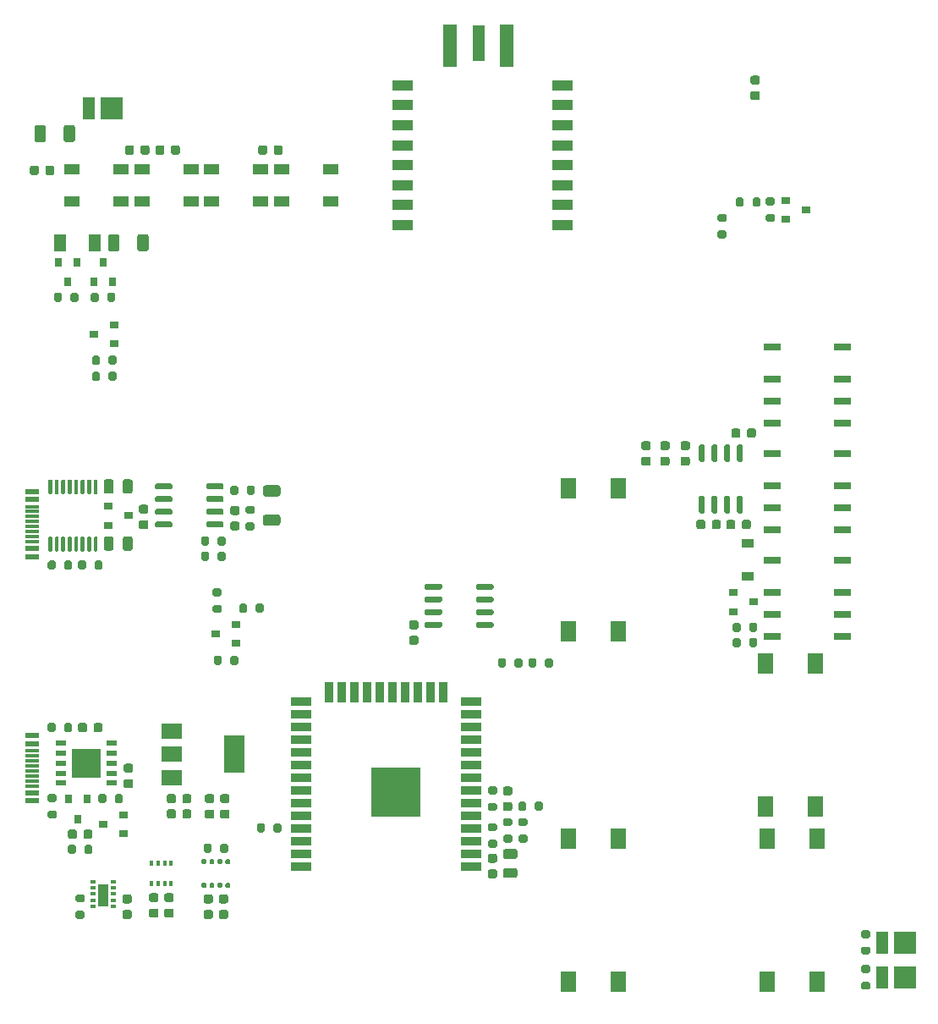
<source format=gbr>
%TF.GenerationSoftware,KiCad,Pcbnew,(5.1.8)-1*%
%TF.CreationDate,2021-09-05T00:40:36+02:00*%
%TF.ProjectId,pcbV10,70636256-3130-42e6-9b69-6361645f7063,rev?*%
%TF.SameCoordinates,Original*%
%TF.FileFunction,Paste,Top*%
%TF.FilePolarity,Positive*%
%FSLAX46Y46*%
G04 Gerber Fmt 4.6, Leading zero omitted, Abs format (unit mm)*
G04 Created by KiCad (PCBNEW (5.1.8)-1) date 2021-09-05 00:40:36*
%MOMM*%
%LPD*%
G01*
G04 APERTURE LIST*
%ADD10R,0.600000X0.400000*%
%ADD11R,1.100000X2.200000*%
%ADD12R,0.350000X0.500000*%
%ADD13R,1.500000X2.000000*%
%ADD14R,1.500000X1.000000*%
%ADD15R,0.800000X0.900000*%
%ADD16R,3.000000X3.000000*%
%ADD17R,1.100000X0.510000*%
%ADD18R,1.800000X0.800000*%
%ADD19R,2.000000X1.000000*%
%ADD20R,2.000000X0.900000*%
%ADD21R,0.900000X2.000000*%
%ADD22R,5.000000X5.000000*%
%ADD23R,2.000000X1.500000*%
%ADD24R,2.000000X3.800000*%
%ADD25R,0.900000X0.800000*%
%ADD26R,1.270000X3.600000*%
%ADD27R,1.350000X4.200000*%
%ADD28R,1.450000X0.600000*%
%ADD29R,1.450000X0.300000*%
%ADD30R,1.300000X1.700000*%
%ADD31R,1.250000X2.200000*%
%ADD32R,2.200000X2.200000*%
%ADD33R,1.200000X0.900000*%
G04 APERTURE END LIST*
D10*
%TO.C,U20*%
X66475000Y-136913000D03*
X64375000Y-137513000D03*
X64375000Y-136913000D03*
X64375000Y-136313000D03*
X64375000Y-135713000D03*
X64375000Y-138113000D03*
X66475000Y-136313000D03*
X66475000Y-135713000D03*
X66475000Y-137513000D03*
X66475000Y-138113000D03*
D11*
X65425000Y-137063000D03*
%TD*%
%TO.C,C30*%
G36*
G01*
X68068000Y-137851000D02*
X67568000Y-137851000D01*
G75*
G02*
X67343000Y-137626000I0J225000D01*
G01*
X67343000Y-137176000D01*
G75*
G02*
X67568000Y-136951000I225000J0D01*
G01*
X68068000Y-136951000D01*
G75*
G02*
X68293000Y-137176000I0J-225000D01*
G01*
X68293000Y-137626000D01*
G75*
G02*
X68068000Y-137851000I-225000J0D01*
G01*
G37*
G36*
G01*
X68068000Y-139401000D02*
X67568000Y-139401000D01*
G75*
G02*
X67343000Y-139176000I0J225000D01*
G01*
X67343000Y-138726000D01*
G75*
G02*
X67568000Y-138501000I225000J0D01*
G01*
X68068000Y-138501000D01*
G75*
G02*
X68293000Y-138726000I0J-225000D01*
G01*
X68293000Y-139176000D01*
G75*
G02*
X68068000Y-139401000I-225000J0D01*
G01*
G37*
%TD*%
%TO.C,C20*%
G36*
G01*
X105668000Y-127706000D02*
X106168000Y-127706000D01*
G75*
G02*
X106393000Y-127931000I0J-225000D01*
G01*
X106393000Y-128381000D01*
G75*
G02*
X106168000Y-128606000I-225000J0D01*
G01*
X105668000Y-128606000D01*
G75*
G02*
X105443000Y-128381000I0J225000D01*
G01*
X105443000Y-127931000D01*
G75*
G02*
X105668000Y-127706000I225000J0D01*
G01*
G37*
G36*
G01*
X105668000Y-126156000D02*
X106168000Y-126156000D01*
G75*
G02*
X106393000Y-126381000I0J-225000D01*
G01*
X106393000Y-126831000D01*
G75*
G02*
X106168000Y-127056000I-225000J0D01*
G01*
X105668000Y-127056000D01*
G75*
G02*
X105443000Y-126831000I0J225000D01*
G01*
X105443000Y-126381000D01*
G75*
G02*
X105668000Y-126156000I225000J0D01*
G01*
G37*
%TD*%
%TO.C,R21*%
G36*
G01*
X107779000Y-127868000D02*
X107779000Y-128418000D01*
G75*
G02*
X107579000Y-128618000I-200000J0D01*
G01*
X107179000Y-128618000D01*
G75*
G02*
X106979000Y-128418000I0J200000D01*
G01*
X106979000Y-127868000D01*
G75*
G02*
X107179000Y-127668000I200000J0D01*
G01*
X107579000Y-127668000D01*
G75*
G02*
X107779000Y-127868000I0J-200000D01*
G01*
G37*
G36*
G01*
X109429000Y-127868000D02*
X109429000Y-128418000D01*
G75*
G02*
X109229000Y-128618000I-200000J0D01*
G01*
X108829000Y-128618000D01*
G75*
G02*
X108629000Y-128418000I0J200000D01*
G01*
X108629000Y-127868000D01*
G75*
G02*
X108829000Y-127668000I200000J0D01*
G01*
X109229000Y-127668000D01*
G75*
G02*
X109429000Y-127868000I0J-200000D01*
G01*
G37*
%TD*%
D12*
%TO.C,U19*%
X72222000Y-135899000D03*
X71572000Y-135899000D03*
X70922000Y-135899000D03*
X70272000Y-135899000D03*
X70272000Y-133849000D03*
X70922000Y-133849000D03*
X71572000Y-133849000D03*
X72222000Y-133849000D03*
%TD*%
%TO.C,R1*%
G36*
G01*
X104119000Y-131489000D02*
X104669000Y-131489000D01*
G75*
G02*
X104869000Y-131689000I0J-200000D01*
G01*
X104869000Y-132089000D01*
G75*
G02*
X104669000Y-132289000I-200000J0D01*
G01*
X104119000Y-132289000D01*
G75*
G02*
X103919000Y-132089000I0J200000D01*
G01*
X103919000Y-131689000D01*
G75*
G02*
X104119000Y-131489000I200000J0D01*
G01*
G37*
G36*
G01*
X104119000Y-129839000D02*
X104669000Y-129839000D01*
G75*
G02*
X104869000Y-130039000I0J-200000D01*
G01*
X104869000Y-130439000D01*
G75*
G02*
X104669000Y-130639000I-200000J0D01*
G01*
X104119000Y-130639000D01*
G75*
G02*
X103919000Y-130439000I0J200000D01*
G01*
X103919000Y-130039000D01*
G75*
G02*
X104119000Y-129839000I200000J0D01*
G01*
G37*
%TD*%
%TO.C,R11*%
G36*
G01*
X77299000Y-113263000D02*
X77299000Y-113813000D01*
G75*
G02*
X77099000Y-114013000I-200000J0D01*
G01*
X76699000Y-114013000D01*
G75*
G02*
X76499000Y-113813000I0J200000D01*
G01*
X76499000Y-113263000D01*
G75*
G02*
X76699000Y-113063000I200000J0D01*
G01*
X77099000Y-113063000D01*
G75*
G02*
X77299000Y-113263000I0J-200000D01*
G01*
G37*
G36*
G01*
X78949000Y-113263000D02*
X78949000Y-113813000D01*
G75*
G02*
X78749000Y-114013000I-200000J0D01*
G01*
X78349000Y-114013000D01*
G75*
G02*
X78149000Y-113813000I0J200000D01*
G01*
X78149000Y-113263000D01*
G75*
G02*
X78349000Y-113063000I200000J0D01*
G01*
X78749000Y-113063000D01*
G75*
G02*
X78949000Y-113263000I0J-200000D01*
G01*
G37*
%TD*%
%TO.C,C12*%
G36*
G01*
X96770000Y-110432000D02*
X96270000Y-110432000D01*
G75*
G02*
X96045000Y-110207000I0J225000D01*
G01*
X96045000Y-109757000D01*
G75*
G02*
X96270000Y-109532000I225000J0D01*
G01*
X96770000Y-109532000D01*
G75*
G02*
X96995000Y-109757000I0J-225000D01*
G01*
X96995000Y-110207000D01*
G75*
G02*
X96770000Y-110432000I-225000J0D01*
G01*
G37*
G36*
G01*
X96770000Y-111982000D02*
X96270000Y-111982000D01*
G75*
G02*
X96045000Y-111757000I0J225000D01*
G01*
X96045000Y-111307000D01*
G75*
G02*
X96270000Y-111082000I225000J0D01*
G01*
X96770000Y-111082000D01*
G75*
G02*
X96995000Y-111307000I0J-225000D01*
G01*
X96995000Y-111757000D01*
G75*
G02*
X96770000Y-111982000I-225000J0D01*
G01*
G37*
%TD*%
D13*
%TO.C,SW5*%
X131866000Y-131381600D03*
X131866000Y-145681600D03*
X136866000Y-145681600D03*
X136866000Y-131381600D03*
%TD*%
%TO.C,R40*%
G36*
G01*
X62844000Y-138601000D02*
X63394000Y-138601000D01*
G75*
G02*
X63594000Y-138801000I0J-200000D01*
G01*
X63594000Y-139201000D01*
G75*
G02*
X63394000Y-139401000I-200000J0D01*
G01*
X62844000Y-139401000D01*
G75*
G02*
X62644000Y-139201000I0J200000D01*
G01*
X62644000Y-138801000D01*
G75*
G02*
X62844000Y-138601000I200000J0D01*
G01*
G37*
G36*
G01*
X62844000Y-136951000D02*
X63394000Y-136951000D01*
G75*
G02*
X63594000Y-137151000I0J-200000D01*
G01*
X63594000Y-137551000D01*
G75*
G02*
X63394000Y-137751000I-200000J0D01*
G01*
X62844000Y-137751000D01*
G75*
G02*
X62644000Y-137551000I0J200000D01*
G01*
X62644000Y-137151000D01*
G75*
G02*
X62844000Y-136951000I200000J0D01*
G01*
G37*
%TD*%
%TO.C,C29*%
G36*
G01*
X70735000Y-137724000D02*
X70235000Y-137724000D01*
G75*
G02*
X70010000Y-137499000I0J225000D01*
G01*
X70010000Y-137049000D01*
G75*
G02*
X70235000Y-136824000I225000J0D01*
G01*
X70735000Y-136824000D01*
G75*
G02*
X70960000Y-137049000I0J-225000D01*
G01*
X70960000Y-137499000D01*
G75*
G02*
X70735000Y-137724000I-225000J0D01*
G01*
G37*
G36*
G01*
X70735000Y-139274000D02*
X70235000Y-139274000D01*
G75*
G02*
X70010000Y-139049000I0J225000D01*
G01*
X70010000Y-138599000D01*
G75*
G02*
X70235000Y-138374000I225000J0D01*
G01*
X70735000Y-138374000D01*
G75*
G02*
X70960000Y-138599000I0J-225000D01*
G01*
X70960000Y-139049000D01*
G75*
G02*
X70735000Y-139274000I-225000J0D01*
G01*
G37*
%TD*%
%TO.C,C28*%
G36*
G01*
X72259000Y-137724000D02*
X71759000Y-137724000D01*
G75*
G02*
X71534000Y-137499000I0J225000D01*
G01*
X71534000Y-137049000D01*
G75*
G02*
X71759000Y-136824000I225000J0D01*
G01*
X72259000Y-136824000D01*
G75*
G02*
X72484000Y-137049000I0J-225000D01*
G01*
X72484000Y-137499000D01*
G75*
G02*
X72259000Y-137724000I-225000J0D01*
G01*
G37*
G36*
G01*
X72259000Y-139274000D02*
X71759000Y-139274000D01*
G75*
G02*
X71534000Y-139049000I0J225000D01*
G01*
X71534000Y-138599000D01*
G75*
G02*
X71759000Y-138374000I225000J0D01*
G01*
X72259000Y-138374000D01*
G75*
G02*
X72484000Y-138599000I0J-225000D01*
G01*
X72484000Y-139049000D01*
G75*
G02*
X72259000Y-139274000I-225000J0D01*
G01*
G37*
%TD*%
%TO.C,C9*%
G36*
G01*
X75823000Y-128468000D02*
X76323000Y-128468000D01*
G75*
G02*
X76548000Y-128693000I0J-225000D01*
G01*
X76548000Y-129143000D01*
G75*
G02*
X76323000Y-129368000I-225000J0D01*
G01*
X75823000Y-129368000D01*
G75*
G02*
X75598000Y-129143000I0J225000D01*
G01*
X75598000Y-128693000D01*
G75*
G02*
X75823000Y-128468000I225000J0D01*
G01*
G37*
G36*
G01*
X75823000Y-126918000D02*
X76323000Y-126918000D01*
G75*
G02*
X76548000Y-127143000I0J-225000D01*
G01*
X76548000Y-127593000D01*
G75*
G02*
X76323000Y-127818000I-225000J0D01*
G01*
X75823000Y-127818000D01*
G75*
G02*
X75598000Y-127593000I0J225000D01*
G01*
X75598000Y-127143000D01*
G75*
G02*
X75823000Y-126918000I225000J0D01*
G01*
G37*
%TD*%
%TO.C,C3*%
G36*
G01*
X73350000Y-127631000D02*
X73350000Y-127131000D01*
G75*
G02*
X73575000Y-126906000I225000J0D01*
G01*
X74025000Y-126906000D01*
G75*
G02*
X74250000Y-127131000I0J-225000D01*
G01*
X74250000Y-127631000D01*
G75*
G02*
X74025000Y-127856000I-225000J0D01*
G01*
X73575000Y-127856000D01*
G75*
G02*
X73350000Y-127631000I0J225000D01*
G01*
G37*
G36*
G01*
X71800000Y-127631000D02*
X71800000Y-127131000D01*
G75*
G02*
X72025000Y-126906000I225000J0D01*
G01*
X72475000Y-126906000D01*
G75*
G02*
X72700000Y-127131000I0J-225000D01*
G01*
X72700000Y-127631000D01*
G75*
G02*
X72475000Y-127856000I-225000J0D01*
G01*
X72025000Y-127856000D01*
G75*
G02*
X71800000Y-127631000I0J225000D01*
G01*
G37*
%TD*%
%TO.C,R33*%
G36*
G01*
X81670999Y-98944000D02*
X82921001Y-98944000D01*
G75*
G02*
X83171000Y-99193999I0J-249999D01*
G01*
X83171000Y-99819001D01*
G75*
G02*
X82921001Y-100069000I-249999J0D01*
G01*
X81670999Y-100069000D01*
G75*
G02*
X81421000Y-99819001I0J249999D01*
G01*
X81421000Y-99193999D01*
G75*
G02*
X81670999Y-98944000I249999J0D01*
G01*
G37*
G36*
G01*
X81670999Y-96019000D02*
X82921001Y-96019000D01*
G75*
G02*
X83171000Y-96268999I0J-249999D01*
G01*
X83171000Y-96894001D01*
G75*
G02*
X82921001Y-97144000I-249999J0D01*
G01*
X81670999Y-97144000D01*
G75*
G02*
X81421000Y-96894001I0J249999D01*
G01*
X81421000Y-96268999D01*
G75*
G02*
X81670999Y-96019000I249999J0D01*
G01*
G37*
%TD*%
%TO.C,R10*%
G36*
G01*
X61525000Y-104288000D02*
X61525000Y-103738000D01*
G75*
G02*
X61725000Y-103538000I200000J0D01*
G01*
X62125000Y-103538000D01*
G75*
G02*
X62325000Y-103738000I0J-200000D01*
G01*
X62325000Y-104288000D01*
G75*
G02*
X62125000Y-104488000I-200000J0D01*
G01*
X61725000Y-104488000D01*
G75*
G02*
X61525000Y-104288000I0J200000D01*
G01*
G37*
G36*
G01*
X59875000Y-104288000D02*
X59875000Y-103738000D01*
G75*
G02*
X60075000Y-103538000I200000J0D01*
G01*
X60475000Y-103538000D01*
G75*
G02*
X60675000Y-103738000I0J-200000D01*
G01*
X60675000Y-104288000D01*
G75*
G02*
X60475000Y-104488000I-200000J0D01*
G01*
X60075000Y-104488000D01*
G75*
G02*
X59875000Y-104288000I0J200000D01*
G01*
G37*
%TD*%
D14*
%TO.C,D15*%
X62320000Y-64440000D03*
X62320000Y-67640000D03*
X67220000Y-64440000D03*
X67220000Y-67640000D03*
%TD*%
%TO.C,C7*%
G36*
G01*
X82494000Y-62734000D02*
X82494000Y-62234000D01*
G75*
G02*
X82719000Y-62009000I225000J0D01*
G01*
X83169000Y-62009000D01*
G75*
G02*
X83394000Y-62234000I0J-225000D01*
G01*
X83394000Y-62734000D01*
G75*
G02*
X83169000Y-62959000I-225000J0D01*
G01*
X82719000Y-62959000D01*
G75*
G02*
X82494000Y-62734000I0J225000D01*
G01*
G37*
G36*
G01*
X80944000Y-62734000D02*
X80944000Y-62234000D01*
G75*
G02*
X81169000Y-62009000I225000J0D01*
G01*
X81619000Y-62009000D01*
G75*
G02*
X81844000Y-62234000I0J-225000D01*
G01*
X81844000Y-62734000D01*
G75*
G02*
X81619000Y-62959000I-225000J0D01*
G01*
X81169000Y-62959000D01*
G75*
G02*
X80944000Y-62734000I0J225000D01*
G01*
G37*
%TD*%
D15*
%TO.C,Q6*%
X65405000Y-73676000D03*
X66355000Y-75676000D03*
X64455000Y-75676000D03*
%TD*%
%TO.C,R22*%
G36*
G01*
X109645000Y-114067000D02*
X109645000Y-113517000D01*
G75*
G02*
X109845000Y-113317000I200000J0D01*
G01*
X110245000Y-113317000D01*
G75*
G02*
X110445000Y-113517000I0J-200000D01*
G01*
X110445000Y-114067000D01*
G75*
G02*
X110245000Y-114267000I-200000J0D01*
G01*
X109845000Y-114267000D01*
G75*
G02*
X109645000Y-114067000I0J200000D01*
G01*
G37*
G36*
G01*
X107995000Y-114067000D02*
X107995000Y-113517000D01*
G75*
G02*
X108195000Y-113317000I200000J0D01*
G01*
X108595000Y-113317000D01*
G75*
G02*
X108795000Y-113517000I0J-200000D01*
G01*
X108795000Y-114067000D01*
G75*
G02*
X108595000Y-114267000I-200000J0D01*
G01*
X108195000Y-114267000D01*
G75*
G02*
X107995000Y-114067000I0J200000D01*
G01*
G37*
%TD*%
%TO.C,R2*%
G36*
G01*
X60662000Y-119994000D02*
X60662000Y-120544000D01*
G75*
G02*
X60462000Y-120744000I-200000J0D01*
G01*
X60062000Y-120744000D01*
G75*
G02*
X59862000Y-120544000I0J200000D01*
G01*
X59862000Y-119994000D01*
G75*
G02*
X60062000Y-119794000I200000J0D01*
G01*
X60462000Y-119794000D01*
G75*
G02*
X60662000Y-119994000I0J-200000D01*
G01*
G37*
G36*
G01*
X62312000Y-119994000D02*
X62312000Y-120544000D01*
G75*
G02*
X62112000Y-120744000I-200000J0D01*
G01*
X61712000Y-120744000D01*
G75*
G02*
X61512000Y-120544000I0J200000D01*
G01*
X61512000Y-119994000D01*
G75*
G02*
X61712000Y-119794000I200000J0D01*
G01*
X62112000Y-119794000D01*
G75*
G02*
X62312000Y-119994000I0J-200000D01*
G01*
G37*
%TD*%
%TO.C,R7*%
G36*
G01*
X66592000Y-127656000D02*
X66592000Y-127106000D01*
G75*
G02*
X66792000Y-126906000I200000J0D01*
G01*
X67192000Y-126906000D01*
G75*
G02*
X67392000Y-127106000I0J-200000D01*
G01*
X67392000Y-127656000D01*
G75*
G02*
X67192000Y-127856000I-200000J0D01*
G01*
X66792000Y-127856000D01*
G75*
G02*
X66592000Y-127656000I0J200000D01*
G01*
G37*
G36*
G01*
X64942000Y-127656000D02*
X64942000Y-127106000D01*
G75*
G02*
X65142000Y-126906000I200000J0D01*
G01*
X65542000Y-126906000D01*
G75*
G02*
X65742000Y-127106000I0J-200000D01*
G01*
X65742000Y-127656000D01*
G75*
G02*
X65542000Y-127856000I-200000J0D01*
G01*
X65142000Y-127856000D01*
G75*
G02*
X64942000Y-127656000I0J200000D01*
G01*
G37*
%TD*%
D16*
%TO.C,U3*%
X63754000Y-123825000D03*
D17*
X66304000Y-121825000D03*
X66304000Y-122825000D03*
X61204000Y-125825000D03*
X66304000Y-123825000D03*
X66304000Y-124825000D03*
X66304000Y-125825000D03*
X61204000Y-124825000D03*
X61204000Y-123825000D03*
X61204000Y-122825000D03*
X61204000Y-121825000D03*
%TD*%
D18*
%TO.C,K2*%
X132390000Y-92847000D03*
X132390000Y-96047000D03*
X132390000Y-98247000D03*
X132390000Y-100447000D03*
X139390000Y-100447000D03*
X139390000Y-98247000D03*
X139390000Y-96047000D03*
X139390000Y-92847000D03*
%TD*%
%TO.C,R39*%
G36*
G01*
X123948000Y-92512000D02*
X123448000Y-92512000D01*
G75*
G02*
X123223000Y-92287000I0J225000D01*
G01*
X123223000Y-91837000D01*
G75*
G02*
X123448000Y-91612000I225000J0D01*
G01*
X123948000Y-91612000D01*
G75*
G02*
X124173000Y-91837000I0J-225000D01*
G01*
X124173000Y-92287000D01*
G75*
G02*
X123948000Y-92512000I-225000J0D01*
G01*
G37*
G36*
G01*
X123948000Y-94062000D02*
X123448000Y-94062000D01*
G75*
G02*
X123223000Y-93837000I0J225000D01*
G01*
X123223000Y-93387000D01*
G75*
G02*
X123448000Y-93162000I225000J0D01*
G01*
X123948000Y-93162000D01*
G75*
G02*
X124173000Y-93387000I0J-225000D01*
G01*
X124173000Y-93837000D01*
G75*
G02*
X123948000Y-94062000I-225000J0D01*
G01*
G37*
%TD*%
%TO.C,R38*%
G36*
G01*
X121416000Y-93162000D02*
X121916000Y-93162000D01*
G75*
G02*
X122141000Y-93387000I0J-225000D01*
G01*
X122141000Y-93837000D01*
G75*
G02*
X121916000Y-94062000I-225000J0D01*
G01*
X121416000Y-94062000D01*
G75*
G02*
X121191000Y-93837000I0J225000D01*
G01*
X121191000Y-93387000D01*
G75*
G02*
X121416000Y-93162000I225000J0D01*
G01*
G37*
G36*
G01*
X121416000Y-91612000D02*
X121916000Y-91612000D01*
G75*
G02*
X122141000Y-91837000I0J-225000D01*
G01*
X122141000Y-92287000D01*
G75*
G02*
X121916000Y-92512000I-225000J0D01*
G01*
X121416000Y-92512000D01*
G75*
G02*
X121191000Y-92287000I0J225000D01*
G01*
X121191000Y-91837000D01*
G75*
G02*
X121416000Y-91612000I225000J0D01*
G01*
G37*
%TD*%
%TO.C,C26*%
G36*
G01*
X129357000Y-100199000D02*
X129357000Y-99699000D01*
G75*
G02*
X129582000Y-99474000I225000J0D01*
G01*
X130032000Y-99474000D01*
G75*
G02*
X130257000Y-99699000I0J-225000D01*
G01*
X130257000Y-100199000D01*
G75*
G02*
X130032000Y-100424000I-225000J0D01*
G01*
X129582000Y-100424000D01*
G75*
G02*
X129357000Y-100199000I0J225000D01*
G01*
G37*
G36*
G01*
X127807000Y-100199000D02*
X127807000Y-99699000D01*
G75*
G02*
X128032000Y-99474000I225000J0D01*
G01*
X128482000Y-99474000D01*
G75*
G02*
X128707000Y-99699000I0J-225000D01*
G01*
X128707000Y-100199000D01*
G75*
G02*
X128482000Y-100424000I-225000J0D01*
G01*
X128032000Y-100424000D01*
G75*
G02*
X127807000Y-100199000I0J225000D01*
G01*
G37*
%TD*%
%TO.C,C25*%
G36*
G01*
X125697000Y-99699000D02*
X125697000Y-100199000D01*
G75*
G02*
X125472000Y-100424000I-225000J0D01*
G01*
X125022000Y-100424000D01*
G75*
G02*
X124797000Y-100199000I0J225000D01*
G01*
X124797000Y-99699000D01*
G75*
G02*
X125022000Y-99474000I225000J0D01*
G01*
X125472000Y-99474000D01*
G75*
G02*
X125697000Y-99699000I0J-225000D01*
G01*
G37*
G36*
G01*
X127247000Y-99699000D02*
X127247000Y-100199000D01*
G75*
G02*
X127022000Y-100424000I-225000J0D01*
G01*
X126572000Y-100424000D01*
G75*
G02*
X126347000Y-100199000I0J225000D01*
G01*
X126347000Y-99699000D01*
G75*
G02*
X126572000Y-99474000I225000J0D01*
G01*
X127022000Y-99474000D01*
G75*
G02*
X127247000Y-99699000I0J-225000D01*
G01*
G37*
%TD*%
%TO.C,C24*%
G36*
G01*
X120011000Y-92512000D02*
X119511000Y-92512000D01*
G75*
G02*
X119286000Y-92287000I0J225000D01*
G01*
X119286000Y-91837000D01*
G75*
G02*
X119511000Y-91612000I225000J0D01*
G01*
X120011000Y-91612000D01*
G75*
G02*
X120236000Y-91837000I0J-225000D01*
G01*
X120236000Y-92287000D01*
G75*
G02*
X120011000Y-92512000I-225000J0D01*
G01*
G37*
G36*
G01*
X120011000Y-94062000D02*
X119511000Y-94062000D01*
G75*
G02*
X119286000Y-93837000I0J225000D01*
G01*
X119286000Y-93387000D01*
G75*
G02*
X119511000Y-93162000I225000J0D01*
G01*
X120011000Y-93162000D01*
G75*
G02*
X120236000Y-93387000I0J-225000D01*
G01*
X120236000Y-93837000D01*
G75*
G02*
X120011000Y-94062000I-225000J0D01*
G01*
G37*
%TD*%
%TO.C,C23*%
G36*
G01*
X129865000Y-91055000D02*
X129865000Y-90555000D01*
G75*
G02*
X130090000Y-90330000I225000J0D01*
G01*
X130540000Y-90330000D01*
G75*
G02*
X130765000Y-90555000I0J-225000D01*
G01*
X130765000Y-91055000D01*
G75*
G02*
X130540000Y-91280000I-225000J0D01*
G01*
X130090000Y-91280000D01*
G75*
G02*
X129865000Y-91055000I0J225000D01*
G01*
G37*
G36*
G01*
X128315000Y-91055000D02*
X128315000Y-90555000D01*
G75*
G02*
X128540000Y-90330000I225000J0D01*
G01*
X128990000Y-90330000D01*
G75*
G02*
X129215000Y-90555000I0J-225000D01*
G01*
X129215000Y-91055000D01*
G75*
G02*
X128990000Y-91280000I-225000J0D01*
G01*
X128540000Y-91280000D01*
G75*
G02*
X128315000Y-91055000I0J225000D01*
G01*
G37*
%TD*%
%TO.C,C6*%
G36*
G01*
X68195000Y-124770000D02*
X67695000Y-124770000D01*
G75*
G02*
X67470000Y-124545000I0J225000D01*
G01*
X67470000Y-124095000D01*
G75*
G02*
X67695000Y-123870000I225000J0D01*
G01*
X68195000Y-123870000D01*
G75*
G02*
X68420000Y-124095000I0J-225000D01*
G01*
X68420000Y-124545000D01*
G75*
G02*
X68195000Y-124770000I-225000J0D01*
G01*
G37*
G36*
G01*
X68195000Y-126320000D02*
X67695000Y-126320000D01*
G75*
G02*
X67470000Y-126095000I0J225000D01*
G01*
X67470000Y-125645000D01*
G75*
G02*
X67695000Y-125420000I225000J0D01*
G01*
X68195000Y-125420000D01*
G75*
G02*
X68420000Y-125645000I0J-225000D01*
G01*
X68420000Y-126095000D01*
G75*
G02*
X68195000Y-126320000I-225000J0D01*
G01*
G37*
%TD*%
D15*
%TO.C,Q2*%
X62865000Y-129397000D03*
X61915000Y-127397000D03*
X63815000Y-127397000D03*
%TD*%
%TO.C,C10*%
G36*
G01*
X63810000Y-120019000D02*
X63810000Y-120519000D01*
G75*
G02*
X63585000Y-120744000I-225000J0D01*
G01*
X63135000Y-120744000D01*
G75*
G02*
X62910000Y-120519000I0J225000D01*
G01*
X62910000Y-120019000D01*
G75*
G02*
X63135000Y-119794000I225000J0D01*
G01*
X63585000Y-119794000D01*
G75*
G02*
X63810000Y-120019000I0J-225000D01*
G01*
G37*
G36*
G01*
X65360000Y-120019000D02*
X65360000Y-120519000D01*
G75*
G02*
X65135000Y-120744000I-225000J0D01*
G01*
X64685000Y-120744000D01*
G75*
G02*
X64460000Y-120519000I0J225000D01*
G01*
X64460000Y-120019000D01*
G75*
G02*
X64685000Y-119794000I225000J0D01*
G01*
X65135000Y-119794000D01*
G75*
G02*
X65360000Y-120019000I0J-225000D01*
G01*
G37*
%TD*%
%TO.C,R3*%
G36*
G01*
X60600000Y-127718000D02*
X60050000Y-127718000D01*
G75*
G02*
X59850000Y-127518000I0J200000D01*
G01*
X59850000Y-127118000D01*
G75*
G02*
X60050000Y-126918000I200000J0D01*
G01*
X60600000Y-126918000D01*
G75*
G02*
X60800000Y-127118000I0J-200000D01*
G01*
X60800000Y-127518000D01*
G75*
G02*
X60600000Y-127718000I-200000J0D01*
G01*
G37*
G36*
G01*
X60600000Y-129368000D02*
X60050000Y-129368000D01*
G75*
G02*
X59850000Y-129168000I0J200000D01*
G01*
X59850000Y-128768000D01*
G75*
G02*
X60050000Y-128568000I200000J0D01*
G01*
X60600000Y-128568000D01*
G75*
G02*
X60800000Y-128768000I0J-200000D01*
G01*
X60800000Y-129168000D01*
G75*
G02*
X60600000Y-129368000I-200000J0D01*
G01*
G37*
%TD*%
%TO.C,U18*%
G36*
G01*
X129009000Y-97077000D02*
X129309000Y-97077000D01*
G75*
G02*
X129459000Y-97227000I0J-150000D01*
G01*
X129459000Y-98677000D01*
G75*
G02*
X129309000Y-98827000I-150000J0D01*
G01*
X129009000Y-98827000D01*
G75*
G02*
X128859000Y-98677000I0J150000D01*
G01*
X128859000Y-97227000D01*
G75*
G02*
X129009000Y-97077000I150000J0D01*
G01*
G37*
G36*
G01*
X127739000Y-97077000D02*
X128039000Y-97077000D01*
G75*
G02*
X128189000Y-97227000I0J-150000D01*
G01*
X128189000Y-98677000D01*
G75*
G02*
X128039000Y-98827000I-150000J0D01*
G01*
X127739000Y-98827000D01*
G75*
G02*
X127589000Y-98677000I0J150000D01*
G01*
X127589000Y-97227000D01*
G75*
G02*
X127739000Y-97077000I150000J0D01*
G01*
G37*
G36*
G01*
X126469000Y-97077000D02*
X126769000Y-97077000D01*
G75*
G02*
X126919000Y-97227000I0J-150000D01*
G01*
X126919000Y-98677000D01*
G75*
G02*
X126769000Y-98827000I-150000J0D01*
G01*
X126469000Y-98827000D01*
G75*
G02*
X126319000Y-98677000I0J150000D01*
G01*
X126319000Y-97227000D01*
G75*
G02*
X126469000Y-97077000I150000J0D01*
G01*
G37*
G36*
G01*
X125199000Y-97077000D02*
X125499000Y-97077000D01*
G75*
G02*
X125649000Y-97227000I0J-150000D01*
G01*
X125649000Y-98677000D01*
G75*
G02*
X125499000Y-98827000I-150000J0D01*
G01*
X125199000Y-98827000D01*
G75*
G02*
X125049000Y-98677000I0J150000D01*
G01*
X125049000Y-97227000D01*
G75*
G02*
X125199000Y-97077000I150000J0D01*
G01*
G37*
G36*
G01*
X125199000Y-91927000D02*
X125499000Y-91927000D01*
G75*
G02*
X125649000Y-92077000I0J-150000D01*
G01*
X125649000Y-93527000D01*
G75*
G02*
X125499000Y-93677000I-150000J0D01*
G01*
X125199000Y-93677000D01*
G75*
G02*
X125049000Y-93527000I0J150000D01*
G01*
X125049000Y-92077000D01*
G75*
G02*
X125199000Y-91927000I150000J0D01*
G01*
G37*
G36*
G01*
X126469000Y-91927000D02*
X126769000Y-91927000D01*
G75*
G02*
X126919000Y-92077000I0J-150000D01*
G01*
X126919000Y-93527000D01*
G75*
G02*
X126769000Y-93677000I-150000J0D01*
G01*
X126469000Y-93677000D01*
G75*
G02*
X126319000Y-93527000I0J150000D01*
G01*
X126319000Y-92077000D01*
G75*
G02*
X126469000Y-91927000I150000J0D01*
G01*
G37*
G36*
G01*
X127739000Y-91927000D02*
X128039000Y-91927000D01*
G75*
G02*
X128189000Y-92077000I0J-150000D01*
G01*
X128189000Y-93527000D01*
G75*
G02*
X128039000Y-93677000I-150000J0D01*
G01*
X127739000Y-93677000D01*
G75*
G02*
X127589000Y-93527000I0J150000D01*
G01*
X127589000Y-92077000D01*
G75*
G02*
X127739000Y-91927000I150000J0D01*
G01*
G37*
G36*
G01*
X129009000Y-91927000D02*
X129309000Y-91927000D01*
G75*
G02*
X129459000Y-92077000I0J-150000D01*
G01*
X129459000Y-93527000D01*
G75*
G02*
X129309000Y-93677000I-150000J0D01*
G01*
X129009000Y-93677000D01*
G75*
G02*
X128859000Y-93527000I0J150000D01*
G01*
X128859000Y-92077000D01*
G75*
G02*
X129009000Y-91927000I150000J0D01*
G01*
G37*
%TD*%
D19*
%TO.C,U17*%
X95377000Y-70000000D03*
X95377000Y-68000000D03*
X95377000Y-66000000D03*
X95377000Y-64000000D03*
X95377000Y-62000000D03*
X95377000Y-60000000D03*
X95377000Y-58000000D03*
X95377000Y-56000000D03*
X111377000Y-56000000D03*
X111377000Y-58000000D03*
X111377000Y-60000000D03*
X111377000Y-62000000D03*
X111377000Y-64000000D03*
X111377000Y-66000000D03*
X111377000Y-68000000D03*
X111377000Y-70000000D03*
%TD*%
%TO.C,U11*%
G36*
G01*
X72341000Y-99799000D02*
X72341000Y-100099000D01*
G75*
G02*
X72191000Y-100249000I-150000J0D01*
G01*
X70741000Y-100249000D01*
G75*
G02*
X70591000Y-100099000I0J150000D01*
G01*
X70591000Y-99799000D01*
G75*
G02*
X70741000Y-99649000I150000J0D01*
G01*
X72191000Y-99649000D01*
G75*
G02*
X72341000Y-99799000I0J-150000D01*
G01*
G37*
G36*
G01*
X72341000Y-98529000D02*
X72341000Y-98829000D01*
G75*
G02*
X72191000Y-98979000I-150000J0D01*
G01*
X70741000Y-98979000D01*
G75*
G02*
X70591000Y-98829000I0J150000D01*
G01*
X70591000Y-98529000D01*
G75*
G02*
X70741000Y-98379000I150000J0D01*
G01*
X72191000Y-98379000D01*
G75*
G02*
X72341000Y-98529000I0J-150000D01*
G01*
G37*
G36*
G01*
X72341000Y-97259000D02*
X72341000Y-97559000D01*
G75*
G02*
X72191000Y-97709000I-150000J0D01*
G01*
X70741000Y-97709000D01*
G75*
G02*
X70591000Y-97559000I0J150000D01*
G01*
X70591000Y-97259000D01*
G75*
G02*
X70741000Y-97109000I150000J0D01*
G01*
X72191000Y-97109000D01*
G75*
G02*
X72341000Y-97259000I0J-150000D01*
G01*
G37*
G36*
G01*
X72341000Y-95989000D02*
X72341000Y-96289000D01*
G75*
G02*
X72191000Y-96439000I-150000J0D01*
G01*
X70741000Y-96439000D01*
G75*
G02*
X70591000Y-96289000I0J150000D01*
G01*
X70591000Y-95989000D01*
G75*
G02*
X70741000Y-95839000I150000J0D01*
G01*
X72191000Y-95839000D01*
G75*
G02*
X72341000Y-95989000I0J-150000D01*
G01*
G37*
G36*
G01*
X77491000Y-95989000D02*
X77491000Y-96289000D01*
G75*
G02*
X77341000Y-96439000I-150000J0D01*
G01*
X75891000Y-96439000D01*
G75*
G02*
X75741000Y-96289000I0J150000D01*
G01*
X75741000Y-95989000D01*
G75*
G02*
X75891000Y-95839000I150000J0D01*
G01*
X77341000Y-95839000D01*
G75*
G02*
X77491000Y-95989000I0J-150000D01*
G01*
G37*
G36*
G01*
X77491000Y-97259000D02*
X77491000Y-97559000D01*
G75*
G02*
X77341000Y-97709000I-150000J0D01*
G01*
X75891000Y-97709000D01*
G75*
G02*
X75741000Y-97559000I0J150000D01*
G01*
X75741000Y-97259000D01*
G75*
G02*
X75891000Y-97109000I150000J0D01*
G01*
X77341000Y-97109000D01*
G75*
G02*
X77491000Y-97259000I0J-150000D01*
G01*
G37*
G36*
G01*
X77491000Y-98529000D02*
X77491000Y-98829000D01*
G75*
G02*
X77341000Y-98979000I-150000J0D01*
G01*
X75891000Y-98979000D01*
G75*
G02*
X75741000Y-98829000I0J150000D01*
G01*
X75741000Y-98529000D01*
G75*
G02*
X75891000Y-98379000I150000J0D01*
G01*
X77341000Y-98379000D01*
G75*
G02*
X77491000Y-98529000I0J-150000D01*
G01*
G37*
G36*
G01*
X77491000Y-99799000D02*
X77491000Y-100099000D01*
G75*
G02*
X77341000Y-100249000I-150000J0D01*
G01*
X75891000Y-100249000D01*
G75*
G02*
X75741000Y-100099000I0J150000D01*
G01*
X75741000Y-99799000D01*
G75*
G02*
X75891000Y-99649000I150000J0D01*
G01*
X77341000Y-99649000D01*
G75*
G02*
X77491000Y-99799000I0J-150000D01*
G01*
G37*
%TD*%
%TO.C,U8*%
G36*
G01*
X64575000Y-101160000D02*
X64775000Y-101160000D01*
G75*
G02*
X64875000Y-101260000I0J-100000D01*
G01*
X64875000Y-102535000D01*
G75*
G02*
X64775000Y-102635000I-100000J0D01*
G01*
X64575000Y-102635000D01*
G75*
G02*
X64475000Y-102535000I0J100000D01*
G01*
X64475000Y-101260000D01*
G75*
G02*
X64575000Y-101160000I100000J0D01*
G01*
G37*
G36*
G01*
X63925000Y-101160000D02*
X64125000Y-101160000D01*
G75*
G02*
X64225000Y-101260000I0J-100000D01*
G01*
X64225000Y-102535000D01*
G75*
G02*
X64125000Y-102635000I-100000J0D01*
G01*
X63925000Y-102635000D01*
G75*
G02*
X63825000Y-102535000I0J100000D01*
G01*
X63825000Y-101260000D01*
G75*
G02*
X63925000Y-101160000I100000J0D01*
G01*
G37*
G36*
G01*
X63275000Y-101160000D02*
X63475000Y-101160000D01*
G75*
G02*
X63575000Y-101260000I0J-100000D01*
G01*
X63575000Y-102535000D01*
G75*
G02*
X63475000Y-102635000I-100000J0D01*
G01*
X63275000Y-102635000D01*
G75*
G02*
X63175000Y-102535000I0J100000D01*
G01*
X63175000Y-101260000D01*
G75*
G02*
X63275000Y-101160000I100000J0D01*
G01*
G37*
G36*
G01*
X62625000Y-101160000D02*
X62825000Y-101160000D01*
G75*
G02*
X62925000Y-101260000I0J-100000D01*
G01*
X62925000Y-102535000D01*
G75*
G02*
X62825000Y-102635000I-100000J0D01*
G01*
X62625000Y-102635000D01*
G75*
G02*
X62525000Y-102535000I0J100000D01*
G01*
X62525000Y-101260000D01*
G75*
G02*
X62625000Y-101160000I100000J0D01*
G01*
G37*
G36*
G01*
X61975000Y-101160000D02*
X62175000Y-101160000D01*
G75*
G02*
X62275000Y-101260000I0J-100000D01*
G01*
X62275000Y-102535000D01*
G75*
G02*
X62175000Y-102635000I-100000J0D01*
G01*
X61975000Y-102635000D01*
G75*
G02*
X61875000Y-102535000I0J100000D01*
G01*
X61875000Y-101260000D01*
G75*
G02*
X61975000Y-101160000I100000J0D01*
G01*
G37*
G36*
G01*
X61325000Y-101160000D02*
X61525000Y-101160000D01*
G75*
G02*
X61625000Y-101260000I0J-100000D01*
G01*
X61625000Y-102535000D01*
G75*
G02*
X61525000Y-102635000I-100000J0D01*
G01*
X61325000Y-102635000D01*
G75*
G02*
X61225000Y-102535000I0J100000D01*
G01*
X61225000Y-101260000D01*
G75*
G02*
X61325000Y-101160000I100000J0D01*
G01*
G37*
G36*
G01*
X60675000Y-101160000D02*
X60875000Y-101160000D01*
G75*
G02*
X60975000Y-101260000I0J-100000D01*
G01*
X60975000Y-102535000D01*
G75*
G02*
X60875000Y-102635000I-100000J0D01*
G01*
X60675000Y-102635000D01*
G75*
G02*
X60575000Y-102535000I0J100000D01*
G01*
X60575000Y-101260000D01*
G75*
G02*
X60675000Y-101160000I100000J0D01*
G01*
G37*
G36*
G01*
X60025000Y-101160000D02*
X60225000Y-101160000D01*
G75*
G02*
X60325000Y-101260000I0J-100000D01*
G01*
X60325000Y-102535000D01*
G75*
G02*
X60225000Y-102635000I-100000J0D01*
G01*
X60025000Y-102635000D01*
G75*
G02*
X59925000Y-102535000I0J100000D01*
G01*
X59925000Y-101260000D01*
G75*
G02*
X60025000Y-101160000I100000J0D01*
G01*
G37*
G36*
G01*
X60025000Y-95435000D02*
X60225000Y-95435000D01*
G75*
G02*
X60325000Y-95535000I0J-100000D01*
G01*
X60325000Y-96810000D01*
G75*
G02*
X60225000Y-96910000I-100000J0D01*
G01*
X60025000Y-96910000D01*
G75*
G02*
X59925000Y-96810000I0J100000D01*
G01*
X59925000Y-95535000D01*
G75*
G02*
X60025000Y-95435000I100000J0D01*
G01*
G37*
G36*
G01*
X60675000Y-95435000D02*
X60875000Y-95435000D01*
G75*
G02*
X60975000Y-95535000I0J-100000D01*
G01*
X60975000Y-96810000D01*
G75*
G02*
X60875000Y-96910000I-100000J0D01*
G01*
X60675000Y-96910000D01*
G75*
G02*
X60575000Y-96810000I0J100000D01*
G01*
X60575000Y-95535000D01*
G75*
G02*
X60675000Y-95435000I100000J0D01*
G01*
G37*
G36*
G01*
X61325000Y-95435000D02*
X61525000Y-95435000D01*
G75*
G02*
X61625000Y-95535000I0J-100000D01*
G01*
X61625000Y-96810000D01*
G75*
G02*
X61525000Y-96910000I-100000J0D01*
G01*
X61325000Y-96910000D01*
G75*
G02*
X61225000Y-96810000I0J100000D01*
G01*
X61225000Y-95535000D01*
G75*
G02*
X61325000Y-95435000I100000J0D01*
G01*
G37*
G36*
G01*
X61975000Y-95435000D02*
X62175000Y-95435000D01*
G75*
G02*
X62275000Y-95535000I0J-100000D01*
G01*
X62275000Y-96810000D01*
G75*
G02*
X62175000Y-96910000I-100000J0D01*
G01*
X61975000Y-96910000D01*
G75*
G02*
X61875000Y-96810000I0J100000D01*
G01*
X61875000Y-95535000D01*
G75*
G02*
X61975000Y-95435000I100000J0D01*
G01*
G37*
G36*
G01*
X62625000Y-95435000D02*
X62825000Y-95435000D01*
G75*
G02*
X62925000Y-95535000I0J-100000D01*
G01*
X62925000Y-96810000D01*
G75*
G02*
X62825000Y-96910000I-100000J0D01*
G01*
X62625000Y-96910000D01*
G75*
G02*
X62525000Y-96810000I0J100000D01*
G01*
X62525000Y-95535000D01*
G75*
G02*
X62625000Y-95435000I100000J0D01*
G01*
G37*
G36*
G01*
X63275000Y-95435000D02*
X63475000Y-95435000D01*
G75*
G02*
X63575000Y-95535000I0J-100000D01*
G01*
X63575000Y-96810000D01*
G75*
G02*
X63475000Y-96910000I-100000J0D01*
G01*
X63275000Y-96910000D01*
G75*
G02*
X63175000Y-96810000I0J100000D01*
G01*
X63175000Y-95535000D01*
G75*
G02*
X63275000Y-95435000I100000J0D01*
G01*
G37*
G36*
G01*
X63925000Y-95435000D02*
X64125000Y-95435000D01*
G75*
G02*
X64225000Y-95535000I0J-100000D01*
G01*
X64225000Y-96810000D01*
G75*
G02*
X64125000Y-96910000I-100000J0D01*
G01*
X63925000Y-96910000D01*
G75*
G02*
X63825000Y-96810000I0J100000D01*
G01*
X63825000Y-95535000D01*
G75*
G02*
X63925000Y-95435000I100000J0D01*
G01*
G37*
G36*
G01*
X64575000Y-95435000D02*
X64775000Y-95435000D01*
G75*
G02*
X64875000Y-95535000I0J-100000D01*
G01*
X64875000Y-96810000D01*
G75*
G02*
X64775000Y-96910000I-100000J0D01*
G01*
X64575000Y-96910000D01*
G75*
G02*
X64475000Y-96810000I0J100000D01*
G01*
X64475000Y-95535000D01*
G75*
G02*
X64575000Y-95435000I100000J0D01*
G01*
G37*
%TD*%
%TO.C,U7*%
G36*
G01*
X75258000Y-136199000D02*
X75258000Y-135924000D01*
G75*
G02*
X75383000Y-135799000I125000J0D01*
G01*
X75633000Y-135799000D01*
G75*
G02*
X75758000Y-135924000I0J-125000D01*
G01*
X75758000Y-136199000D01*
G75*
G02*
X75633000Y-136324000I-125000J0D01*
G01*
X75383000Y-136324000D01*
G75*
G02*
X75258000Y-136199000I0J125000D01*
G01*
G37*
G36*
G01*
X76058000Y-136199000D02*
X76058000Y-135924000D01*
G75*
G02*
X76183000Y-135799000I125000J0D01*
G01*
X76433000Y-135799000D01*
G75*
G02*
X76558000Y-135924000I0J-125000D01*
G01*
X76558000Y-136199000D01*
G75*
G02*
X76433000Y-136324000I-125000J0D01*
G01*
X76183000Y-136324000D01*
G75*
G02*
X76058000Y-136199000I0J125000D01*
G01*
G37*
G36*
G01*
X76858000Y-136199000D02*
X76858000Y-135924000D01*
G75*
G02*
X76983000Y-135799000I125000J0D01*
G01*
X77233000Y-135799000D01*
G75*
G02*
X77358000Y-135924000I0J-125000D01*
G01*
X77358000Y-136199000D01*
G75*
G02*
X77233000Y-136324000I-125000J0D01*
G01*
X76983000Y-136324000D01*
G75*
G02*
X76858000Y-136199000I0J125000D01*
G01*
G37*
G36*
G01*
X77658000Y-136199000D02*
X77658000Y-135924000D01*
G75*
G02*
X77783000Y-135799000I125000J0D01*
G01*
X78033000Y-135799000D01*
G75*
G02*
X78158000Y-135924000I0J-125000D01*
G01*
X78158000Y-136199000D01*
G75*
G02*
X78033000Y-136324000I-125000J0D01*
G01*
X77783000Y-136324000D01*
G75*
G02*
X77658000Y-136199000I0J125000D01*
G01*
G37*
G36*
G01*
X77658000Y-133824000D02*
X77658000Y-133549000D01*
G75*
G02*
X77783000Y-133424000I125000J0D01*
G01*
X78033000Y-133424000D01*
G75*
G02*
X78158000Y-133549000I0J-125000D01*
G01*
X78158000Y-133824000D01*
G75*
G02*
X78033000Y-133949000I-125000J0D01*
G01*
X77783000Y-133949000D01*
G75*
G02*
X77658000Y-133824000I0J125000D01*
G01*
G37*
G36*
G01*
X76858000Y-133824000D02*
X76858000Y-133549000D01*
G75*
G02*
X76983000Y-133424000I125000J0D01*
G01*
X77233000Y-133424000D01*
G75*
G02*
X77358000Y-133549000I0J-125000D01*
G01*
X77358000Y-133824000D01*
G75*
G02*
X77233000Y-133949000I-125000J0D01*
G01*
X76983000Y-133949000D01*
G75*
G02*
X76858000Y-133824000I0J125000D01*
G01*
G37*
G36*
G01*
X76058000Y-133824000D02*
X76058000Y-133549000D01*
G75*
G02*
X76183000Y-133424000I125000J0D01*
G01*
X76433000Y-133424000D01*
G75*
G02*
X76558000Y-133549000I0J-125000D01*
G01*
X76558000Y-133824000D01*
G75*
G02*
X76433000Y-133949000I-125000J0D01*
G01*
X76183000Y-133949000D01*
G75*
G02*
X76058000Y-133824000I0J125000D01*
G01*
G37*
G36*
G01*
X75258000Y-133824000D02*
X75258000Y-133549000D01*
G75*
G02*
X75383000Y-133424000I125000J0D01*
G01*
X75633000Y-133424000D01*
G75*
G02*
X75758000Y-133549000I0J-125000D01*
G01*
X75758000Y-133824000D01*
G75*
G02*
X75633000Y-133949000I-125000J0D01*
G01*
X75383000Y-133949000D01*
G75*
G02*
X75258000Y-133824000I0J125000D01*
G01*
G37*
%TD*%
%TO.C,U6*%
G36*
G01*
X99357000Y-109832000D02*
X99357000Y-110132000D01*
G75*
G02*
X99207000Y-110282000I-150000J0D01*
G01*
X97757000Y-110282000D01*
G75*
G02*
X97607000Y-110132000I0J150000D01*
G01*
X97607000Y-109832000D01*
G75*
G02*
X97757000Y-109682000I150000J0D01*
G01*
X99207000Y-109682000D01*
G75*
G02*
X99357000Y-109832000I0J-150000D01*
G01*
G37*
G36*
G01*
X99357000Y-108562000D02*
X99357000Y-108862000D01*
G75*
G02*
X99207000Y-109012000I-150000J0D01*
G01*
X97757000Y-109012000D01*
G75*
G02*
X97607000Y-108862000I0J150000D01*
G01*
X97607000Y-108562000D01*
G75*
G02*
X97757000Y-108412000I150000J0D01*
G01*
X99207000Y-108412000D01*
G75*
G02*
X99357000Y-108562000I0J-150000D01*
G01*
G37*
G36*
G01*
X99357000Y-107292000D02*
X99357000Y-107592000D01*
G75*
G02*
X99207000Y-107742000I-150000J0D01*
G01*
X97757000Y-107742000D01*
G75*
G02*
X97607000Y-107592000I0J150000D01*
G01*
X97607000Y-107292000D01*
G75*
G02*
X97757000Y-107142000I150000J0D01*
G01*
X99207000Y-107142000D01*
G75*
G02*
X99357000Y-107292000I0J-150000D01*
G01*
G37*
G36*
G01*
X99357000Y-106022000D02*
X99357000Y-106322000D01*
G75*
G02*
X99207000Y-106472000I-150000J0D01*
G01*
X97757000Y-106472000D01*
G75*
G02*
X97607000Y-106322000I0J150000D01*
G01*
X97607000Y-106022000D01*
G75*
G02*
X97757000Y-105872000I150000J0D01*
G01*
X99207000Y-105872000D01*
G75*
G02*
X99357000Y-106022000I0J-150000D01*
G01*
G37*
G36*
G01*
X104507000Y-106022000D02*
X104507000Y-106322000D01*
G75*
G02*
X104357000Y-106472000I-150000J0D01*
G01*
X102907000Y-106472000D01*
G75*
G02*
X102757000Y-106322000I0J150000D01*
G01*
X102757000Y-106022000D01*
G75*
G02*
X102907000Y-105872000I150000J0D01*
G01*
X104357000Y-105872000D01*
G75*
G02*
X104507000Y-106022000I0J-150000D01*
G01*
G37*
G36*
G01*
X104507000Y-107292000D02*
X104507000Y-107592000D01*
G75*
G02*
X104357000Y-107742000I-150000J0D01*
G01*
X102907000Y-107742000D01*
G75*
G02*
X102757000Y-107592000I0J150000D01*
G01*
X102757000Y-107292000D01*
G75*
G02*
X102907000Y-107142000I150000J0D01*
G01*
X104357000Y-107142000D01*
G75*
G02*
X104507000Y-107292000I0J-150000D01*
G01*
G37*
G36*
G01*
X104507000Y-108562000D02*
X104507000Y-108862000D01*
G75*
G02*
X104357000Y-109012000I-150000J0D01*
G01*
X102907000Y-109012000D01*
G75*
G02*
X102757000Y-108862000I0J150000D01*
G01*
X102757000Y-108562000D01*
G75*
G02*
X102907000Y-108412000I150000J0D01*
G01*
X104357000Y-108412000D01*
G75*
G02*
X104507000Y-108562000I0J-150000D01*
G01*
G37*
G36*
G01*
X104507000Y-109832000D02*
X104507000Y-110132000D01*
G75*
G02*
X104357000Y-110282000I-150000J0D01*
G01*
X102907000Y-110282000D01*
G75*
G02*
X102757000Y-110132000I0J150000D01*
G01*
X102757000Y-109832000D01*
G75*
G02*
X102907000Y-109682000I150000J0D01*
G01*
X104357000Y-109682000D01*
G75*
G02*
X104507000Y-109832000I0J-150000D01*
G01*
G37*
%TD*%
D20*
%TO.C,U2*%
X85250000Y-134195200D03*
X85250000Y-132925200D03*
X85250000Y-131655200D03*
X85250000Y-130385200D03*
X85250000Y-129115200D03*
X85250000Y-127845200D03*
X85250000Y-126575200D03*
X85250000Y-125305200D03*
X85250000Y-124035200D03*
X85250000Y-122765200D03*
X85250000Y-121495200D03*
X85250000Y-120225200D03*
X85250000Y-118955200D03*
X85250000Y-117685200D03*
D21*
X88035000Y-116685200D03*
X89305000Y-116685200D03*
X90575000Y-116685200D03*
X91845000Y-116685200D03*
X93115000Y-116685200D03*
X94385000Y-116685200D03*
X95655000Y-116685200D03*
X96925000Y-116685200D03*
X98195000Y-116685200D03*
X99465000Y-116685200D03*
D20*
X102250000Y-117685200D03*
X102250000Y-118955200D03*
X102250000Y-120225200D03*
X102250000Y-121495200D03*
X102250000Y-122765200D03*
X102250000Y-124035200D03*
X102250000Y-125305200D03*
X102250000Y-126575200D03*
X102250000Y-127845200D03*
X102250000Y-129115200D03*
X102250000Y-130385200D03*
X102250000Y-131655200D03*
X102250000Y-132925200D03*
X102250000Y-134195200D03*
D22*
X94750000Y-126695200D03*
%TD*%
D23*
%TO.C,U1*%
X72288000Y-120636000D03*
X72288000Y-125236000D03*
X72288000Y-122936000D03*
D24*
X78588000Y-122936000D03*
%TD*%
D13*
%TO.C,SW4*%
X117000000Y-110650000D03*
X117000000Y-96350000D03*
X112000000Y-96350000D03*
X112000000Y-110650000D03*
%TD*%
%TO.C,SW3*%
X112000000Y-131350000D03*
X112000000Y-145650000D03*
X117000000Y-145650000D03*
X117000000Y-131350000D03*
%TD*%
%TO.C,SW1*%
X131750000Y-113850000D03*
X131750000Y-128150000D03*
X136750000Y-128150000D03*
X136750000Y-113850000D03*
%TD*%
%TO.C,R37*%
G36*
G01*
X129242000Y-111485000D02*
X129242000Y-112035000D01*
G75*
G02*
X129042000Y-112235000I-200000J0D01*
G01*
X128642000Y-112235000D01*
G75*
G02*
X128442000Y-112035000I0J200000D01*
G01*
X128442000Y-111485000D01*
G75*
G02*
X128642000Y-111285000I200000J0D01*
G01*
X129042000Y-111285000D01*
G75*
G02*
X129242000Y-111485000I0J-200000D01*
G01*
G37*
G36*
G01*
X130892000Y-111485000D02*
X130892000Y-112035000D01*
G75*
G02*
X130692000Y-112235000I-200000J0D01*
G01*
X130292000Y-112235000D01*
G75*
G02*
X130092000Y-112035000I0J200000D01*
G01*
X130092000Y-111485000D01*
G75*
G02*
X130292000Y-111285000I200000J0D01*
G01*
X130692000Y-111285000D01*
G75*
G02*
X130892000Y-111485000I0J-200000D01*
G01*
G37*
%TD*%
%TO.C,R36*%
G36*
G01*
X104119000Y-127806000D02*
X104669000Y-127806000D01*
G75*
G02*
X104869000Y-128006000I0J-200000D01*
G01*
X104869000Y-128406000D01*
G75*
G02*
X104669000Y-128606000I-200000J0D01*
G01*
X104119000Y-128606000D01*
G75*
G02*
X103919000Y-128406000I0J200000D01*
G01*
X103919000Y-128006000D01*
G75*
G02*
X104119000Y-127806000I200000J0D01*
G01*
G37*
G36*
G01*
X104119000Y-126156000D02*
X104669000Y-126156000D01*
G75*
G02*
X104869000Y-126356000I0J-200000D01*
G01*
X104869000Y-126756000D01*
G75*
G02*
X104669000Y-126956000I-200000J0D01*
G01*
X104119000Y-126956000D01*
G75*
G02*
X103919000Y-126756000I0J200000D01*
G01*
X103919000Y-126356000D01*
G75*
G02*
X104119000Y-126156000I200000J0D01*
G01*
G37*
%TD*%
%TO.C,R35*%
G36*
G01*
X65107000Y-83245000D02*
X65107000Y-83795000D01*
G75*
G02*
X64907000Y-83995000I-200000J0D01*
G01*
X64507000Y-83995000D01*
G75*
G02*
X64307000Y-83795000I0J200000D01*
G01*
X64307000Y-83245000D01*
G75*
G02*
X64507000Y-83045000I200000J0D01*
G01*
X64907000Y-83045000D01*
G75*
G02*
X65107000Y-83245000I0J-200000D01*
G01*
G37*
G36*
G01*
X66757000Y-83245000D02*
X66757000Y-83795000D01*
G75*
G02*
X66557000Y-83995000I-200000J0D01*
G01*
X66157000Y-83995000D01*
G75*
G02*
X65957000Y-83795000I0J200000D01*
G01*
X65957000Y-83245000D01*
G75*
G02*
X66157000Y-83045000I200000J0D01*
G01*
X66557000Y-83045000D01*
G75*
G02*
X66757000Y-83245000I0J-200000D01*
G01*
G37*
%TD*%
%TO.C,R34*%
G36*
G01*
X65957000Y-85395000D02*
X65957000Y-84845000D01*
G75*
G02*
X66157000Y-84645000I200000J0D01*
G01*
X66557000Y-84645000D01*
G75*
G02*
X66757000Y-84845000I0J-200000D01*
G01*
X66757000Y-85395000D01*
G75*
G02*
X66557000Y-85595000I-200000J0D01*
G01*
X66157000Y-85595000D01*
G75*
G02*
X65957000Y-85395000I0J200000D01*
G01*
G37*
G36*
G01*
X64307000Y-85395000D02*
X64307000Y-84845000D01*
G75*
G02*
X64507000Y-84645000I200000J0D01*
G01*
X64907000Y-84645000D01*
G75*
G02*
X65107000Y-84845000I0J-200000D01*
G01*
X65107000Y-85395000D01*
G75*
G02*
X64907000Y-85595000I-200000J0D01*
G01*
X64507000Y-85595000D01*
G75*
G02*
X64307000Y-85395000I0J200000D01*
G01*
G37*
%TD*%
%TO.C,R32*%
G36*
G01*
X79800000Y-96795000D02*
X79800000Y-96245000D01*
G75*
G02*
X80000000Y-96045000I200000J0D01*
G01*
X80400000Y-96045000D01*
G75*
G02*
X80600000Y-96245000I0J-200000D01*
G01*
X80600000Y-96795000D01*
G75*
G02*
X80400000Y-96995000I-200000J0D01*
G01*
X80000000Y-96995000D01*
G75*
G02*
X79800000Y-96795000I0J200000D01*
G01*
G37*
G36*
G01*
X78150000Y-96795000D02*
X78150000Y-96245000D01*
G75*
G02*
X78350000Y-96045000I200000J0D01*
G01*
X78750000Y-96045000D01*
G75*
G02*
X78950000Y-96245000I0J-200000D01*
G01*
X78950000Y-96795000D01*
G75*
G02*
X78750000Y-96995000I-200000J0D01*
G01*
X78350000Y-96995000D01*
G75*
G02*
X78150000Y-96795000I0J200000D01*
G01*
G37*
%TD*%
%TO.C,R31*%
G36*
G01*
X80412000Y-98889000D02*
X79862000Y-98889000D01*
G75*
G02*
X79662000Y-98689000I0J200000D01*
G01*
X79662000Y-98289000D01*
G75*
G02*
X79862000Y-98089000I200000J0D01*
G01*
X80412000Y-98089000D01*
G75*
G02*
X80612000Y-98289000I0J-200000D01*
G01*
X80612000Y-98689000D01*
G75*
G02*
X80412000Y-98889000I-200000J0D01*
G01*
G37*
G36*
G01*
X80412000Y-100539000D02*
X79862000Y-100539000D01*
G75*
G02*
X79662000Y-100339000I0J200000D01*
G01*
X79662000Y-99939000D01*
G75*
G02*
X79862000Y-99739000I200000J0D01*
G01*
X80412000Y-99739000D01*
G75*
G02*
X80612000Y-99939000I0J-200000D01*
G01*
X80612000Y-100339000D01*
G75*
G02*
X80412000Y-100539000I-200000J0D01*
G01*
G37*
%TD*%
%TO.C,R30*%
G36*
G01*
X67045000Y-71129999D02*
X67045000Y-72380001D01*
G75*
G02*
X66795001Y-72630000I-249999J0D01*
G01*
X66169999Y-72630000D01*
G75*
G02*
X65920000Y-72380001I0J249999D01*
G01*
X65920000Y-71129999D01*
G75*
G02*
X66169999Y-70880000I249999J0D01*
G01*
X66795001Y-70880000D01*
G75*
G02*
X67045000Y-71129999I0J-249999D01*
G01*
G37*
G36*
G01*
X69970000Y-71129999D02*
X69970000Y-72380001D01*
G75*
G02*
X69720001Y-72630000I-249999J0D01*
G01*
X69094999Y-72630000D01*
G75*
G02*
X68845000Y-72380001I0J249999D01*
G01*
X68845000Y-71129999D01*
G75*
G02*
X69094999Y-70880000I249999J0D01*
G01*
X69720001Y-70880000D01*
G75*
G02*
X69970000Y-71129999I0J-249999D01*
G01*
G37*
%TD*%
%TO.C,R29*%
G36*
G01*
X61297000Y-76941000D02*
X61297000Y-77491000D01*
G75*
G02*
X61097000Y-77691000I-200000J0D01*
G01*
X60697000Y-77691000D01*
G75*
G02*
X60497000Y-77491000I0J200000D01*
G01*
X60497000Y-76941000D01*
G75*
G02*
X60697000Y-76741000I200000J0D01*
G01*
X61097000Y-76741000D01*
G75*
G02*
X61297000Y-76941000I0J-200000D01*
G01*
G37*
G36*
G01*
X62947000Y-76941000D02*
X62947000Y-77491000D01*
G75*
G02*
X62747000Y-77691000I-200000J0D01*
G01*
X62347000Y-77691000D01*
G75*
G02*
X62147000Y-77491000I0J200000D01*
G01*
X62147000Y-76941000D01*
G75*
G02*
X62347000Y-76741000I200000J0D01*
G01*
X62747000Y-76741000D01*
G75*
G02*
X62947000Y-76941000I0J-200000D01*
G01*
G37*
%TD*%
%TO.C,R28*%
G36*
G01*
X65830000Y-77491000D02*
X65830000Y-76941000D01*
G75*
G02*
X66030000Y-76741000I200000J0D01*
G01*
X66430000Y-76741000D01*
G75*
G02*
X66630000Y-76941000I0J-200000D01*
G01*
X66630000Y-77491000D01*
G75*
G02*
X66430000Y-77691000I-200000J0D01*
G01*
X66030000Y-77691000D01*
G75*
G02*
X65830000Y-77491000I0J200000D01*
G01*
G37*
G36*
G01*
X64180000Y-77491000D02*
X64180000Y-76941000D01*
G75*
G02*
X64380000Y-76741000I200000J0D01*
G01*
X64780000Y-76741000D01*
G75*
G02*
X64980000Y-76941000I0J-200000D01*
G01*
X64980000Y-77491000D01*
G75*
G02*
X64780000Y-77691000I-200000J0D01*
G01*
X64380000Y-77691000D01*
G75*
G02*
X64180000Y-77491000I0J200000D01*
G01*
G37*
%TD*%
%TO.C,R27*%
G36*
G01*
X76029000Y-101325000D02*
X76029000Y-101875000D01*
G75*
G02*
X75829000Y-102075000I-200000J0D01*
G01*
X75429000Y-102075000D01*
G75*
G02*
X75229000Y-101875000I0J200000D01*
G01*
X75229000Y-101325000D01*
G75*
G02*
X75429000Y-101125000I200000J0D01*
G01*
X75829000Y-101125000D01*
G75*
G02*
X76029000Y-101325000I0J-200000D01*
G01*
G37*
G36*
G01*
X77679000Y-101325000D02*
X77679000Y-101875000D01*
G75*
G02*
X77479000Y-102075000I-200000J0D01*
G01*
X77079000Y-102075000D01*
G75*
G02*
X76879000Y-101875000I0J200000D01*
G01*
X76879000Y-101325000D01*
G75*
G02*
X77079000Y-101125000I200000J0D01*
G01*
X77479000Y-101125000D01*
G75*
G02*
X77679000Y-101325000I0J-200000D01*
G01*
G37*
%TD*%
%TO.C,R26*%
G36*
G01*
X76879000Y-103399000D02*
X76879000Y-102849000D01*
G75*
G02*
X77079000Y-102649000I200000J0D01*
G01*
X77479000Y-102649000D01*
G75*
G02*
X77679000Y-102849000I0J-200000D01*
G01*
X77679000Y-103399000D01*
G75*
G02*
X77479000Y-103599000I-200000J0D01*
G01*
X77079000Y-103599000D01*
G75*
G02*
X76879000Y-103399000I0J200000D01*
G01*
G37*
G36*
G01*
X75229000Y-103399000D02*
X75229000Y-102849000D01*
G75*
G02*
X75429000Y-102649000I200000J0D01*
G01*
X75829000Y-102649000D01*
G75*
G02*
X76029000Y-102849000I0J-200000D01*
G01*
X76029000Y-103399000D01*
G75*
G02*
X75829000Y-103599000I-200000J0D01*
G01*
X75429000Y-103599000D01*
G75*
G02*
X75229000Y-103399000I0J200000D01*
G01*
G37*
%TD*%
%TO.C,R25*%
G36*
G01*
X142025000Y-141325000D02*
X141475000Y-141325000D01*
G75*
G02*
X141275000Y-141125000I0J200000D01*
G01*
X141275000Y-140725000D01*
G75*
G02*
X141475000Y-140525000I200000J0D01*
G01*
X142025000Y-140525000D01*
G75*
G02*
X142225000Y-140725000I0J-200000D01*
G01*
X142225000Y-141125000D01*
G75*
G02*
X142025000Y-141325000I-200000J0D01*
G01*
G37*
G36*
G01*
X142025000Y-142975000D02*
X141475000Y-142975000D01*
G75*
G02*
X141275000Y-142775000I0J200000D01*
G01*
X141275000Y-142375000D01*
G75*
G02*
X141475000Y-142175000I200000J0D01*
G01*
X142025000Y-142175000D01*
G75*
G02*
X142225000Y-142375000I0J-200000D01*
G01*
X142225000Y-142775000D01*
G75*
G02*
X142025000Y-142975000I-200000J0D01*
G01*
G37*
%TD*%
%TO.C,R24*%
G36*
G01*
X142025000Y-144825000D02*
X141475000Y-144825000D01*
G75*
G02*
X141275000Y-144625000I0J200000D01*
G01*
X141275000Y-144225000D01*
G75*
G02*
X141475000Y-144025000I200000J0D01*
G01*
X142025000Y-144025000D01*
G75*
G02*
X142225000Y-144225000I0J-200000D01*
G01*
X142225000Y-144625000D01*
G75*
G02*
X142025000Y-144825000I-200000J0D01*
G01*
G37*
G36*
G01*
X142025000Y-146475000D02*
X141475000Y-146475000D01*
G75*
G02*
X141275000Y-146275000I0J200000D01*
G01*
X141275000Y-145875000D01*
G75*
G02*
X141475000Y-145675000I200000J0D01*
G01*
X142025000Y-145675000D01*
G75*
G02*
X142225000Y-145875000I0J-200000D01*
G01*
X142225000Y-146275000D01*
G75*
G02*
X142025000Y-146475000I-200000J0D01*
G01*
G37*
%TD*%
%TO.C,R23*%
G36*
G01*
X106597000Y-114067000D02*
X106597000Y-113517000D01*
G75*
G02*
X106797000Y-113317000I200000J0D01*
G01*
X107197000Y-113317000D01*
G75*
G02*
X107397000Y-113517000I0J-200000D01*
G01*
X107397000Y-114067000D01*
G75*
G02*
X107197000Y-114267000I-200000J0D01*
G01*
X106797000Y-114267000D01*
G75*
G02*
X106597000Y-114067000I0J200000D01*
G01*
G37*
G36*
G01*
X104947000Y-114067000D02*
X104947000Y-113517000D01*
G75*
G02*
X105147000Y-113317000I200000J0D01*
G01*
X105547000Y-113317000D01*
G75*
G02*
X105747000Y-113517000I0J-200000D01*
G01*
X105747000Y-114067000D01*
G75*
G02*
X105547000Y-114267000I-200000J0D01*
G01*
X105147000Y-114267000D01*
G75*
G02*
X104947000Y-114067000I0J200000D01*
G01*
G37*
%TD*%
%TO.C,R20*%
G36*
G01*
X106193000Y-130131000D02*
X105643000Y-130131000D01*
G75*
G02*
X105443000Y-129931000I0J200000D01*
G01*
X105443000Y-129531000D01*
G75*
G02*
X105643000Y-129331000I200000J0D01*
G01*
X106193000Y-129331000D01*
G75*
G02*
X106393000Y-129531000I0J-200000D01*
G01*
X106393000Y-129931000D01*
G75*
G02*
X106193000Y-130131000I-200000J0D01*
G01*
G37*
G36*
G01*
X106193000Y-131781000D02*
X105643000Y-131781000D01*
G75*
G02*
X105443000Y-131581000I0J200000D01*
G01*
X105443000Y-131181000D01*
G75*
G02*
X105643000Y-130981000I200000J0D01*
G01*
X106193000Y-130981000D01*
G75*
G02*
X106393000Y-131181000I0J-200000D01*
G01*
X106393000Y-131581000D01*
G75*
G02*
X106193000Y-131781000I-200000J0D01*
G01*
G37*
%TD*%
%TO.C,R19*%
G36*
G01*
X61479000Y-61458001D02*
X61479000Y-60207999D01*
G75*
G02*
X61728999Y-59958000I249999J0D01*
G01*
X62354001Y-59958000D01*
G75*
G02*
X62604000Y-60207999I0J-249999D01*
G01*
X62604000Y-61458001D01*
G75*
G02*
X62354001Y-61708000I-249999J0D01*
G01*
X61728999Y-61708000D01*
G75*
G02*
X61479000Y-61458001I0J249999D01*
G01*
G37*
G36*
G01*
X58554000Y-61458001D02*
X58554000Y-60207999D01*
G75*
G02*
X58803999Y-59958000I249999J0D01*
G01*
X59429001Y-59958000D01*
G75*
G02*
X59679000Y-60207999I0J-249999D01*
G01*
X59679000Y-61458001D01*
G75*
G02*
X59429001Y-61708000I-249999J0D01*
G01*
X58803999Y-61708000D01*
G75*
G02*
X58554000Y-61458001I0J249999D01*
G01*
G37*
%TD*%
%TO.C,R17*%
G36*
G01*
X107167000Y-130981000D02*
X107717000Y-130981000D01*
G75*
G02*
X107917000Y-131181000I0J-200000D01*
G01*
X107917000Y-131581000D01*
G75*
G02*
X107717000Y-131781000I-200000J0D01*
G01*
X107167000Y-131781000D01*
G75*
G02*
X106967000Y-131581000I0J200000D01*
G01*
X106967000Y-131181000D01*
G75*
G02*
X107167000Y-130981000I200000J0D01*
G01*
G37*
G36*
G01*
X107167000Y-129331000D02*
X107717000Y-129331000D01*
G75*
G02*
X107917000Y-129531000I0J-200000D01*
G01*
X107917000Y-129931000D01*
G75*
G02*
X107717000Y-130131000I-200000J0D01*
G01*
X107167000Y-130131000D01*
G75*
G02*
X106967000Y-129931000I0J200000D01*
G01*
X106967000Y-129531000D01*
G75*
G02*
X107167000Y-129331000I200000J0D01*
G01*
G37*
%TD*%
%TO.C,R16*%
G36*
G01*
X132482000Y-68028000D02*
X131932000Y-68028000D01*
G75*
G02*
X131732000Y-67828000I0J200000D01*
G01*
X131732000Y-67428000D01*
G75*
G02*
X131932000Y-67228000I200000J0D01*
G01*
X132482000Y-67228000D01*
G75*
G02*
X132682000Y-67428000I0J-200000D01*
G01*
X132682000Y-67828000D01*
G75*
G02*
X132482000Y-68028000I-200000J0D01*
G01*
G37*
G36*
G01*
X132482000Y-69678000D02*
X131932000Y-69678000D01*
G75*
G02*
X131732000Y-69478000I0J200000D01*
G01*
X131732000Y-69078000D01*
G75*
G02*
X131932000Y-68878000I200000J0D01*
G01*
X132482000Y-68878000D01*
G75*
G02*
X132682000Y-69078000I0J-200000D01*
G01*
X132682000Y-69478000D01*
G75*
G02*
X132482000Y-69678000I-200000J0D01*
G01*
G37*
%TD*%
%TO.C,R15*%
G36*
G01*
X129559000Y-67416000D02*
X129559000Y-67966000D01*
G75*
G02*
X129359000Y-68166000I-200000J0D01*
G01*
X128959000Y-68166000D01*
G75*
G02*
X128759000Y-67966000I0J200000D01*
G01*
X128759000Y-67416000D01*
G75*
G02*
X128959000Y-67216000I200000J0D01*
G01*
X129359000Y-67216000D01*
G75*
G02*
X129559000Y-67416000I0J-200000D01*
G01*
G37*
G36*
G01*
X131209000Y-67416000D02*
X131209000Y-67966000D01*
G75*
G02*
X131009000Y-68166000I-200000J0D01*
G01*
X130609000Y-68166000D01*
G75*
G02*
X130409000Y-67966000I0J200000D01*
G01*
X130409000Y-67416000D01*
G75*
G02*
X130609000Y-67216000I200000J0D01*
G01*
X131009000Y-67216000D01*
G75*
G02*
X131209000Y-67416000I0J-200000D01*
G01*
G37*
%TD*%
%TO.C,R14*%
G36*
G01*
X129242000Y-109961000D02*
X129242000Y-110511000D01*
G75*
G02*
X129042000Y-110711000I-200000J0D01*
G01*
X128642000Y-110711000D01*
G75*
G02*
X128442000Y-110511000I0J200000D01*
G01*
X128442000Y-109961000D01*
G75*
G02*
X128642000Y-109761000I200000J0D01*
G01*
X129042000Y-109761000D01*
G75*
G02*
X129242000Y-109961000I0J-200000D01*
G01*
G37*
G36*
G01*
X130892000Y-109961000D02*
X130892000Y-110511000D01*
G75*
G02*
X130692000Y-110711000I-200000J0D01*
G01*
X130292000Y-110711000D01*
G75*
G02*
X130092000Y-110511000I0J200000D01*
G01*
X130092000Y-109961000D01*
G75*
G02*
X130292000Y-109761000I200000J0D01*
G01*
X130692000Y-109761000D01*
G75*
G02*
X130892000Y-109961000I0J-200000D01*
G01*
G37*
%TD*%
%TO.C,R13*%
G36*
G01*
X77110000Y-107144000D02*
X76560000Y-107144000D01*
G75*
G02*
X76360000Y-106944000I0J200000D01*
G01*
X76360000Y-106544000D01*
G75*
G02*
X76560000Y-106344000I200000J0D01*
G01*
X77110000Y-106344000D01*
G75*
G02*
X77310000Y-106544000I0J-200000D01*
G01*
X77310000Y-106944000D01*
G75*
G02*
X77110000Y-107144000I-200000J0D01*
G01*
G37*
G36*
G01*
X77110000Y-108794000D02*
X76560000Y-108794000D01*
G75*
G02*
X76360000Y-108594000I0J200000D01*
G01*
X76360000Y-108194000D01*
G75*
G02*
X76560000Y-107994000I200000J0D01*
G01*
X77110000Y-107994000D01*
G75*
G02*
X77310000Y-108194000I0J-200000D01*
G01*
X77310000Y-108594000D01*
G75*
G02*
X77110000Y-108794000I-200000J0D01*
G01*
G37*
%TD*%
%TO.C,R12*%
G36*
G01*
X79839000Y-108056000D02*
X79839000Y-108606000D01*
G75*
G02*
X79639000Y-108806000I-200000J0D01*
G01*
X79239000Y-108806000D01*
G75*
G02*
X79039000Y-108606000I0J200000D01*
G01*
X79039000Y-108056000D01*
G75*
G02*
X79239000Y-107856000I200000J0D01*
G01*
X79639000Y-107856000D01*
G75*
G02*
X79839000Y-108056000I0J-200000D01*
G01*
G37*
G36*
G01*
X81489000Y-108056000D02*
X81489000Y-108606000D01*
G75*
G02*
X81289000Y-108806000I-200000J0D01*
G01*
X80889000Y-108806000D01*
G75*
G02*
X80689000Y-108606000I0J200000D01*
G01*
X80689000Y-108056000D01*
G75*
G02*
X80889000Y-107856000I200000J0D01*
G01*
X81289000Y-107856000D01*
G75*
G02*
X81489000Y-108056000I0J-200000D01*
G01*
G37*
%TD*%
%TO.C,R9*%
G36*
G01*
X63710000Y-103738000D02*
X63710000Y-104288000D01*
G75*
G02*
X63510000Y-104488000I-200000J0D01*
G01*
X63110000Y-104488000D01*
G75*
G02*
X62910000Y-104288000I0J200000D01*
G01*
X62910000Y-103738000D01*
G75*
G02*
X63110000Y-103538000I200000J0D01*
G01*
X63510000Y-103538000D01*
G75*
G02*
X63710000Y-103738000I0J-200000D01*
G01*
G37*
G36*
G01*
X65360000Y-103738000D02*
X65360000Y-104288000D01*
G75*
G02*
X65160000Y-104488000I-200000J0D01*
G01*
X64760000Y-104488000D01*
G75*
G02*
X64560000Y-104288000I0J200000D01*
G01*
X64560000Y-103738000D01*
G75*
G02*
X64760000Y-103538000I200000J0D01*
G01*
X65160000Y-103538000D01*
G75*
G02*
X65360000Y-103738000I0J-200000D01*
G01*
G37*
%TD*%
%TO.C,R8*%
G36*
G01*
X81617000Y-130027000D02*
X81617000Y-130577000D01*
G75*
G02*
X81417000Y-130777000I-200000J0D01*
G01*
X81017000Y-130777000D01*
G75*
G02*
X80817000Y-130577000I0J200000D01*
G01*
X80817000Y-130027000D01*
G75*
G02*
X81017000Y-129827000I200000J0D01*
G01*
X81417000Y-129827000D01*
G75*
G02*
X81617000Y-130027000I0J-200000D01*
G01*
G37*
G36*
G01*
X83267000Y-130027000D02*
X83267000Y-130577000D01*
G75*
G02*
X83067000Y-130777000I-200000J0D01*
G01*
X82667000Y-130777000D01*
G75*
G02*
X82467000Y-130577000I0J200000D01*
G01*
X82467000Y-130027000D01*
G75*
G02*
X82667000Y-129827000I200000J0D01*
G01*
X83067000Y-129827000D01*
G75*
G02*
X83267000Y-130027000I0J-200000D01*
G01*
G37*
%TD*%
%TO.C,R6*%
G36*
G01*
X62694000Y-132186000D02*
X62694000Y-132736000D01*
G75*
G02*
X62494000Y-132936000I-200000J0D01*
G01*
X62094000Y-132936000D01*
G75*
G02*
X61894000Y-132736000I0J200000D01*
G01*
X61894000Y-132186000D01*
G75*
G02*
X62094000Y-131986000I200000J0D01*
G01*
X62494000Y-131986000D01*
G75*
G02*
X62694000Y-132186000I0J-200000D01*
G01*
G37*
G36*
G01*
X64344000Y-132186000D02*
X64344000Y-132736000D01*
G75*
G02*
X64144000Y-132936000I-200000J0D01*
G01*
X63744000Y-132936000D01*
G75*
G02*
X63544000Y-132736000I0J200000D01*
G01*
X63544000Y-132186000D01*
G75*
G02*
X63744000Y-131986000I200000J0D01*
G01*
X64144000Y-131986000D01*
G75*
G02*
X64344000Y-132186000I0J-200000D01*
G01*
G37*
%TD*%
%TO.C,R5*%
G36*
G01*
X76283000Y-132059000D02*
X76283000Y-132609000D01*
G75*
G02*
X76083000Y-132809000I-200000J0D01*
G01*
X75683000Y-132809000D01*
G75*
G02*
X75483000Y-132609000I0J200000D01*
G01*
X75483000Y-132059000D01*
G75*
G02*
X75683000Y-131859000I200000J0D01*
G01*
X76083000Y-131859000D01*
G75*
G02*
X76283000Y-132059000I0J-200000D01*
G01*
G37*
G36*
G01*
X77933000Y-132059000D02*
X77933000Y-132609000D01*
G75*
G02*
X77733000Y-132809000I-200000J0D01*
G01*
X77333000Y-132809000D01*
G75*
G02*
X77133000Y-132609000I0J200000D01*
G01*
X77133000Y-132059000D01*
G75*
G02*
X77333000Y-131859000I200000J0D01*
G01*
X77733000Y-131859000D01*
G75*
G02*
X77933000Y-132059000I0J-200000D01*
G01*
G37*
%TD*%
%TO.C,R4*%
G36*
G01*
X127106000Y-70529000D02*
X127656000Y-70529000D01*
G75*
G02*
X127856000Y-70729000I0J-200000D01*
G01*
X127856000Y-71129000D01*
G75*
G02*
X127656000Y-71329000I-200000J0D01*
G01*
X127106000Y-71329000D01*
G75*
G02*
X126906000Y-71129000I0J200000D01*
G01*
X126906000Y-70729000D01*
G75*
G02*
X127106000Y-70529000I200000J0D01*
G01*
G37*
G36*
G01*
X127106000Y-68879000D02*
X127656000Y-68879000D01*
G75*
G02*
X127856000Y-69079000I0J-200000D01*
G01*
X127856000Y-69479000D01*
G75*
G02*
X127656000Y-69679000I-200000J0D01*
G01*
X127106000Y-69679000D01*
G75*
G02*
X126906000Y-69479000I0J200000D01*
G01*
X126906000Y-69079000D01*
G75*
G02*
X127106000Y-68879000I200000J0D01*
G01*
G37*
%TD*%
D25*
%TO.C,Q9*%
X64532000Y-80899000D03*
X66532000Y-79949000D03*
X66532000Y-81849000D03*
%TD*%
D15*
%TO.C,Q7*%
X61849000Y-75676000D03*
X60899000Y-73676000D03*
X62799000Y-73676000D03*
%TD*%
D25*
%TO.C,Q5*%
X135747000Y-68453000D03*
X133747000Y-69403000D03*
X133747000Y-67503000D03*
%TD*%
%TO.C,Q4*%
X130540000Y-107696000D03*
X128540000Y-108646000D03*
X128540000Y-106746000D03*
%TD*%
%TO.C,Q3*%
X67929000Y-99060000D03*
X65929000Y-100010000D03*
X65929000Y-98110000D03*
%TD*%
%TO.C,Q1*%
X65421000Y-129921000D03*
X67421000Y-128971000D03*
X67421000Y-130871000D03*
%TD*%
D18*
%TO.C,K3*%
X132390000Y-103515000D03*
X132390000Y-106715000D03*
X132390000Y-108915000D03*
X132390000Y-111115000D03*
X139390000Y-111115000D03*
X139390000Y-108915000D03*
X139390000Y-106715000D03*
X139390000Y-103515000D03*
%TD*%
%TO.C,K1*%
X132390000Y-82179000D03*
X132390000Y-85379000D03*
X132390000Y-87579000D03*
X132390000Y-89779000D03*
X139390000Y-89779000D03*
X139390000Y-87579000D03*
X139390000Y-85379000D03*
X139390000Y-82179000D03*
%TD*%
D26*
%TO.C,J14*%
X103000000Y-51800000D03*
D27*
X100175000Y-52000000D03*
X105825000Y-52000000D03*
%TD*%
D28*
%TO.C,J8*%
X58274000Y-103143000D03*
X58274000Y-102343000D03*
X58274000Y-97443000D03*
X58274000Y-96643000D03*
X58274000Y-96643000D03*
X58274000Y-97443000D03*
X58274000Y-102343000D03*
X58274000Y-103143000D03*
D29*
X58274000Y-98143000D03*
X58274000Y-98643000D03*
X58274000Y-99143000D03*
X58274000Y-100143000D03*
X58274000Y-100643000D03*
X58274000Y-101143000D03*
X58274000Y-101643000D03*
X58274000Y-99643000D03*
%TD*%
D28*
%TO.C,J1*%
X58274000Y-127583000D03*
X58274000Y-126783000D03*
X58274000Y-121883000D03*
X58274000Y-121083000D03*
X58274000Y-121083000D03*
X58274000Y-121883000D03*
X58274000Y-126783000D03*
X58274000Y-127583000D03*
D29*
X58274000Y-122583000D03*
X58274000Y-123083000D03*
X58274000Y-123583000D03*
X58274000Y-124583000D03*
X58274000Y-125083000D03*
X58274000Y-125583000D03*
X58274000Y-126083000D03*
X58274000Y-124083000D03*
%TD*%
D30*
%TO.C,D9*%
X64615000Y-71755000D03*
X61115000Y-71755000D03*
%TD*%
D31*
%TO.C,D8*%
X143375000Y-141750000D03*
D32*
X145650000Y-141750000D03*
%TD*%
D31*
%TO.C,D7*%
X143375000Y-145250000D03*
D32*
X145650000Y-145250000D03*
%TD*%
D31*
%TO.C,D6*%
X64030000Y-58293000D03*
D32*
X66305000Y-58293000D03*
%TD*%
D33*
%TO.C,D5*%
X129921000Y-105155000D03*
X129921000Y-101855000D03*
%TD*%
D25*
%TO.C,D4*%
X76724000Y-110871000D03*
X78724000Y-109921000D03*
X78724000Y-111821000D03*
%TD*%
D14*
%TO.C,D3*%
X69305000Y-64440000D03*
X69305000Y-67640000D03*
X74205000Y-64440000D03*
X74205000Y-67640000D03*
%TD*%
%TO.C,D2*%
X76290000Y-64440000D03*
X76290000Y-67640000D03*
X81190000Y-64440000D03*
X81190000Y-67640000D03*
%TD*%
%TO.C,D1*%
X83275000Y-64440000D03*
X83275000Y-67640000D03*
X88175000Y-64440000D03*
X88175000Y-67640000D03*
%TD*%
%TO.C,C22*%
G36*
G01*
X78363000Y-99639000D02*
X78863000Y-99639000D01*
G75*
G02*
X79088000Y-99864000I0J-225000D01*
G01*
X79088000Y-100314000D01*
G75*
G02*
X78863000Y-100539000I-225000J0D01*
G01*
X78363000Y-100539000D01*
G75*
G02*
X78138000Y-100314000I0J225000D01*
G01*
X78138000Y-99864000D01*
G75*
G02*
X78363000Y-99639000I225000J0D01*
G01*
G37*
G36*
G01*
X78363000Y-98089000D02*
X78863000Y-98089000D01*
G75*
G02*
X79088000Y-98314000I0J-225000D01*
G01*
X79088000Y-98764000D01*
G75*
G02*
X78863000Y-98989000I-225000J0D01*
G01*
X78363000Y-98989000D01*
G75*
G02*
X78138000Y-98764000I0J225000D01*
G01*
X78138000Y-98314000D01*
G75*
G02*
X78363000Y-98089000I225000J0D01*
G01*
G37*
%TD*%
%TO.C,C21*%
G36*
G01*
X69719000Y-98862000D02*
X69219000Y-98862000D01*
G75*
G02*
X68994000Y-98637000I0J225000D01*
G01*
X68994000Y-98187000D01*
G75*
G02*
X69219000Y-97962000I225000J0D01*
G01*
X69719000Y-97962000D01*
G75*
G02*
X69944000Y-98187000I0J-225000D01*
G01*
X69944000Y-98637000D01*
G75*
G02*
X69719000Y-98862000I-225000J0D01*
G01*
G37*
G36*
G01*
X69719000Y-100412000D02*
X69219000Y-100412000D01*
G75*
G02*
X68994000Y-100187000I0J225000D01*
G01*
X68994000Y-99737000D01*
G75*
G02*
X69219000Y-99512000I225000J0D01*
G01*
X69719000Y-99512000D01*
G75*
G02*
X69944000Y-99737000I0J-225000D01*
G01*
X69944000Y-100187000D01*
G75*
G02*
X69719000Y-100412000I-225000J0D01*
G01*
G37*
%TD*%
%TO.C,C19*%
G36*
G01*
X67379000Y-102329000D02*
X67379000Y-101379000D01*
G75*
G02*
X67629000Y-101129000I250000J0D01*
G01*
X68129000Y-101129000D01*
G75*
G02*
X68379000Y-101379000I0J-250000D01*
G01*
X68379000Y-102329000D01*
G75*
G02*
X68129000Y-102579000I-250000J0D01*
G01*
X67629000Y-102579000D01*
G75*
G02*
X67379000Y-102329000I0J250000D01*
G01*
G37*
G36*
G01*
X65479000Y-102329000D02*
X65479000Y-101379000D01*
G75*
G02*
X65729000Y-101129000I250000J0D01*
G01*
X66229000Y-101129000D01*
G75*
G02*
X66479000Y-101379000I0J-250000D01*
G01*
X66479000Y-102329000D01*
G75*
G02*
X66229000Y-102579000I-250000J0D01*
G01*
X65729000Y-102579000D01*
G75*
G02*
X65479000Y-102329000I0J250000D01*
G01*
G37*
%TD*%
%TO.C,C18*%
G36*
G01*
X59634000Y-64766000D02*
X59634000Y-64266000D01*
G75*
G02*
X59859000Y-64041000I225000J0D01*
G01*
X60309000Y-64041000D01*
G75*
G02*
X60534000Y-64266000I0J-225000D01*
G01*
X60534000Y-64766000D01*
G75*
G02*
X60309000Y-64991000I-225000J0D01*
G01*
X59859000Y-64991000D01*
G75*
G02*
X59634000Y-64766000I0J225000D01*
G01*
G37*
G36*
G01*
X58084000Y-64766000D02*
X58084000Y-64266000D01*
G75*
G02*
X58309000Y-64041000I225000J0D01*
G01*
X58759000Y-64041000D01*
G75*
G02*
X58984000Y-64266000I0J-225000D01*
G01*
X58984000Y-64766000D01*
G75*
G02*
X58759000Y-64991000I-225000J0D01*
G01*
X58309000Y-64991000D01*
G75*
G02*
X58084000Y-64766000I0J225000D01*
G01*
G37*
%TD*%
%TO.C,C17*%
G36*
G01*
X66479000Y-95664000D02*
X66479000Y-96614000D01*
G75*
G02*
X66229000Y-96864000I-250000J0D01*
G01*
X65729000Y-96864000D01*
G75*
G02*
X65479000Y-96614000I0J250000D01*
G01*
X65479000Y-95664000D01*
G75*
G02*
X65729000Y-95414000I250000J0D01*
G01*
X66229000Y-95414000D01*
G75*
G02*
X66479000Y-95664000I0J-250000D01*
G01*
G37*
G36*
G01*
X68379000Y-95664000D02*
X68379000Y-96614000D01*
G75*
G02*
X68129000Y-96864000I-250000J0D01*
G01*
X67629000Y-96864000D01*
G75*
G02*
X67379000Y-96614000I0J250000D01*
G01*
X67379000Y-95664000D01*
G75*
G02*
X67629000Y-95414000I250000J0D01*
G01*
X68129000Y-95414000D01*
G75*
G02*
X68379000Y-95664000I0J-250000D01*
G01*
G37*
%TD*%
%TO.C,C16*%
G36*
G01*
X68509000Y-62234000D02*
X68509000Y-62734000D01*
G75*
G02*
X68284000Y-62959000I-225000J0D01*
G01*
X67834000Y-62959000D01*
G75*
G02*
X67609000Y-62734000I0J225000D01*
G01*
X67609000Y-62234000D01*
G75*
G02*
X67834000Y-62009000I225000J0D01*
G01*
X68284000Y-62009000D01*
G75*
G02*
X68509000Y-62234000I0J-225000D01*
G01*
G37*
G36*
G01*
X70059000Y-62234000D02*
X70059000Y-62734000D01*
G75*
G02*
X69834000Y-62959000I-225000J0D01*
G01*
X69384000Y-62959000D01*
G75*
G02*
X69159000Y-62734000I0J225000D01*
G01*
X69159000Y-62234000D01*
G75*
G02*
X69384000Y-62009000I225000J0D01*
G01*
X69834000Y-62009000D01*
G75*
G02*
X70059000Y-62234000I0J-225000D01*
G01*
G37*
%TD*%
%TO.C,C15*%
G36*
G01*
X130433000Y-56586000D02*
X130933000Y-56586000D01*
G75*
G02*
X131158000Y-56811000I0J-225000D01*
G01*
X131158000Y-57261000D01*
G75*
G02*
X130933000Y-57486000I-225000J0D01*
G01*
X130433000Y-57486000D01*
G75*
G02*
X130208000Y-57261000I0J225000D01*
G01*
X130208000Y-56811000D01*
G75*
G02*
X130433000Y-56586000I225000J0D01*
G01*
G37*
G36*
G01*
X130433000Y-55036000D02*
X130933000Y-55036000D01*
G75*
G02*
X131158000Y-55261000I0J-225000D01*
G01*
X131158000Y-55711000D01*
G75*
G02*
X130933000Y-55936000I-225000J0D01*
G01*
X130433000Y-55936000D01*
G75*
G02*
X130208000Y-55711000I0J225000D01*
G01*
X130208000Y-55261000D01*
G75*
G02*
X130433000Y-55036000I225000J0D01*
G01*
G37*
%TD*%
%TO.C,C14*%
G36*
G01*
X72207000Y-62734000D02*
X72207000Y-62234000D01*
G75*
G02*
X72432000Y-62009000I225000J0D01*
G01*
X72882000Y-62009000D01*
G75*
G02*
X73107000Y-62234000I0J-225000D01*
G01*
X73107000Y-62734000D01*
G75*
G02*
X72882000Y-62959000I-225000J0D01*
G01*
X72432000Y-62959000D01*
G75*
G02*
X72207000Y-62734000I0J225000D01*
G01*
G37*
G36*
G01*
X70657000Y-62734000D02*
X70657000Y-62234000D01*
G75*
G02*
X70882000Y-62009000I225000J0D01*
G01*
X71332000Y-62009000D01*
G75*
G02*
X71557000Y-62234000I0J-225000D01*
G01*
X71557000Y-62734000D01*
G75*
G02*
X71332000Y-62959000I-225000J0D01*
G01*
X70882000Y-62959000D01*
G75*
G02*
X70657000Y-62734000I0J225000D01*
G01*
G37*
%TD*%
%TO.C,C13*%
G36*
G01*
X76196000Y-137851000D02*
X75696000Y-137851000D01*
G75*
G02*
X75471000Y-137626000I0J225000D01*
G01*
X75471000Y-137176000D01*
G75*
G02*
X75696000Y-136951000I225000J0D01*
G01*
X76196000Y-136951000D01*
G75*
G02*
X76421000Y-137176000I0J-225000D01*
G01*
X76421000Y-137626000D01*
G75*
G02*
X76196000Y-137851000I-225000J0D01*
G01*
G37*
G36*
G01*
X76196000Y-139401000D02*
X75696000Y-139401000D01*
G75*
G02*
X75471000Y-139176000I0J225000D01*
G01*
X75471000Y-138726000D01*
G75*
G02*
X75696000Y-138501000I225000J0D01*
G01*
X76196000Y-138501000D01*
G75*
G02*
X76421000Y-138726000I0J-225000D01*
G01*
X76421000Y-139176000D01*
G75*
G02*
X76196000Y-139401000I-225000J0D01*
G01*
G37*
%TD*%
%TO.C,C11*%
G36*
G01*
X77720000Y-137851000D02*
X77220000Y-137851000D01*
G75*
G02*
X76995000Y-137626000I0J225000D01*
G01*
X76995000Y-137176000D01*
G75*
G02*
X77220000Y-136951000I225000J0D01*
G01*
X77720000Y-136951000D01*
G75*
G02*
X77945000Y-137176000I0J-225000D01*
G01*
X77945000Y-137626000D01*
G75*
G02*
X77720000Y-137851000I-225000J0D01*
G01*
G37*
G36*
G01*
X77720000Y-139401000D02*
X77220000Y-139401000D01*
G75*
G02*
X76995000Y-139176000I0J225000D01*
G01*
X76995000Y-138726000D01*
G75*
G02*
X77220000Y-138501000I225000J0D01*
G01*
X77720000Y-138501000D01*
G75*
G02*
X77945000Y-138726000I0J-225000D01*
G01*
X77945000Y-139176000D01*
G75*
G02*
X77720000Y-139401000I-225000J0D01*
G01*
G37*
%TD*%
%TO.C,C8*%
G36*
G01*
X77847000Y-127818000D02*
X77347000Y-127818000D01*
G75*
G02*
X77122000Y-127593000I0J225000D01*
G01*
X77122000Y-127143000D01*
G75*
G02*
X77347000Y-126918000I225000J0D01*
G01*
X77847000Y-126918000D01*
G75*
G02*
X78072000Y-127143000I0J-225000D01*
G01*
X78072000Y-127593000D01*
G75*
G02*
X77847000Y-127818000I-225000J0D01*
G01*
G37*
G36*
G01*
X77847000Y-129368000D02*
X77347000Y-129368000D01*
G75*
G02*
X77122000Y-129143000I0J225000D01*
G01*
X77122000Y-128693000D01*
G75*
G02*
X77347000Y-128468000I225000J0D01*
G01*
X77847000Y-128468000D01*
G75*
G02*
X78072000Y-128693000I0J-225000D01*
G01*
X78072000Y-129143000D01*
G75*
G02*
X77847000Y-129368000I-225000J0D01*
G01*
G37*
%TD*%
%TO.C,C5*%
G36*
G01*
X63444000Y-131187000D02*
X63444000Y-130687000D01*
G75*
G02*
X63669000Y-130462000I225000J0D01*
G01*
X64119000Y-130462000D01*
G75*
G02*
X64344000Y-130687000I0J-225000D01*
G01*
X64344000Y-131187000D01*
G75*
G02*
X64119000Y-131412000I-225000J0D01*
G01*
X63669000Y-131412000D01*
G75*
G02*
X63444000Y-131187000I0J225000D01*
G01*
G37*
G36*
G01*
X61894000Y-131187000D02*
X61894000Y-130687000D01*
G75*
G02*
X62119000Y-130462000I225000J0D01*
G01*
X62569000Y-130462000D01*
G75*
G02*
X62794000Y-130687000I0J-225000D01*
G01*
X62794000Y-131187000D01*
G75*
G02*
X62569000Y-131412000I-225000J0D01*
G01*
X62119000Y-131412000D01*
G75*
G02*
X61894000Y-131187000I0J225000D01*
G01*
G37*
%TD*%
%TO.C,C4*%
G36*
G01*
X104644000Y-133787000D02*
X104144000Y-133787000D01*
G75*
G02*
X103919000Y-133562000I0J225000D01*
G01*
X103919000Y-133112000D01*
G75*
G02*
X104144000Y-132887000I225000J0D01*
G01*
X104644000Y-132887000D01*
G75*
G02*
X104869000Y-133112000I0J-225000D01*
G01*
X104869000Y-133562000D01*
G75*
G02*
X104644000Y-133787000I-225000J0D01*
G01*
G37*
G36*
G01*
X104644000Y-135337000D02*
X104144000Y-135337000D01*
G75*
G02*
X103919000Y-135112000I0J225000D01*
G01*
X103919000Y-134662000D01*
G75*
G02*
X104144000Y-134437000I225000J0D01*
G01*
X104644000Y-134437000D01*
G75*
G02*
X104869000Y-134662000I0J-225000D01*
G01*
X104869000Y-135112000D01*
G75*
G02*
X104644000Y-135337000I-225000J0D01*
G01*
G37*
%TD*%
%TO.C,C2*%
G36*
G01*
X105697000Y-134308000D02*
X106647000Y-134308000D01*
G75*
G02*
X106897000Y-134558000I0J-250000D01*
G01*
X106897000Y-135058000D01*
G75*
G02*
X106647000Y-135308000I-250000J0D01*
G01*
X105697000Y-135308000D01*
G75*
G02*
X105447000Y-135058000I0J250000D01*
G01*
X105447000Y-134558000D01*
G75*
G02*
X105697000Y-134308000I250000J0D01*
G01*
G37*
G36*
G01*
X105697000Y-132408000D02*
X106647000Y-132408000D01*
G75*
G02*
X106897000Y-132658000I0J-250000D01*
G01*
X106897000Y-133158000D01*
G75*
G02*
X106647000Y-133408000I-250000J0D01*
G01*
X105697000Y-133408000D01*
G75*
G02*
X105447000Y-133158000I0J250000D01*
G01*
X105447000Y-132658000D01*
G75*
G02*
X105697000Y-132408000I250000J0D01*
G01*
G37*
%TD*%
%TO.C,C1*%
G36*
G01*
X72700000Y-128655000D02*
X72700000Y-129155000D01*
G75*
G02*
X72475000Y-129380000I-225000J0D01*
G01*
X72025000Y-129380000D01*
G75*
G02*
X71800000Y-129155000I0J225000D01*
G01*
X71800000Y-128655000D01*
G75*
G02*
X72025000Y-128430000I225000J0D01*
G01*
X72475000Y-128430000D01*
G75*
G02*
X72700000Y-128655000I0J-225000D01*
G01*
G37*
G36*
G01*
X74250000Y-128655000D02*
X74250000Y-129155000D01*
G75*
G02*
X74025000Y-129380000I-225000J0D01*
G01*
X73575000Y-129380000D01*
G75*
G02*
X73350000Y-129155000I0J225000D01*
G01*
X73350000Y-128655000D01*
G75*
G02*
X73575000Y-128430000I225000J0D01*
G01*
X74025000Y-128430000D01*
G75*
G02*
X74250000Y-128655000I0J-225000D01*
G01*
G37*
%TD*%
M02*

</source>
